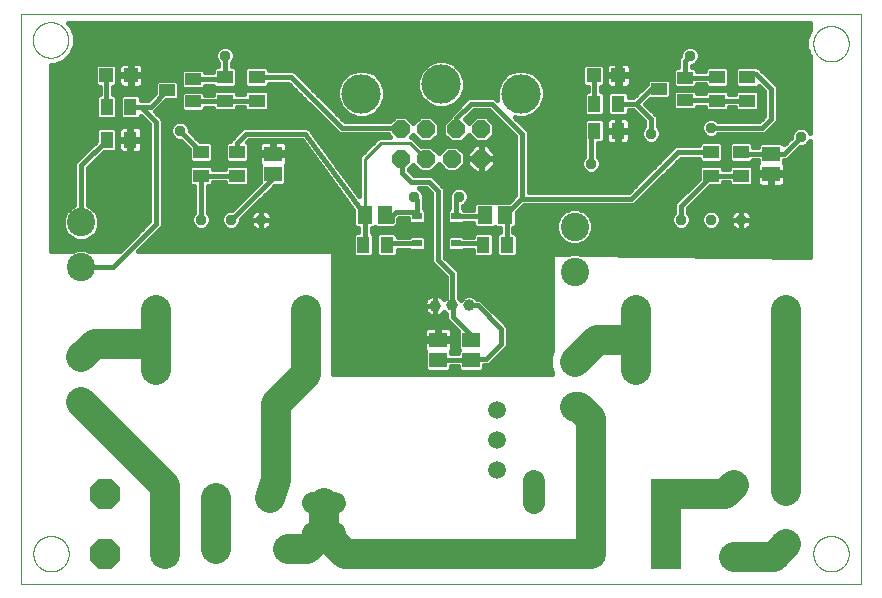
<source format=gtl>
G75*
%MOIN*%
%OFA0B0*%
%FSLAX25Y25*%
%IPPOS*%
%LPD*%
%AMOC8*
5,1,8,0,0,1.08239X$1,22.5*
%
%ADD10C,0.00000*%
%ADD11R,0.05906X0.05118*%
%ADD12C,0.05906*%
%ADD13C,0.09449*%
%ADD14R,0.04331X0.05512*%
%ADD15R,0.05512X0.04331*%
%ADD16R,0.04724X0.04724*%
%ADD17C,0.03900*%
%ADD18R,0.08268X0.06299*%
%ADD19R,0.06299X0.08268*%
%ADD20R,0.05512X0.03937*%
%ADD21C,0.07400*%
%ADD22R,0.04200X0.08600*%
%ADD23R,0.08600X0.04200*%
%ADD24C,0.10000*%
%ADD25OC8,0.10000*%
%ADD26R,0.10000X0.10000*%
%ADD27C,0.05315*%
%ADD28C,0.03762*%
%ADD29R,0.05118X0.05906*%
%ADD30R,0.03268X0.02480*%
%ADD31OC8,0.05906*%
%ADD32C,0.13094*%
%ADD33C,0.01600*%
%ADD34C,0.10000*%
%ADD35C,0.01000*%
D10*
X0001000Y0023933D02*
X0001000Y0213933D01*
X0281000Y0213933D01*
X0281000Y0023933D01*
X0001000Y0023933D01*
X0005094Y0033933D02*
X0005096Y0034086D01*
X0005102Y0034240D01*
X0005112Y0034393D01*
X0005126Y0034545D01*
X0005144Y0034698D01*
X0005166Y0034849D01*
X0005191Y0035000D01*
X0005221Y0035151D01*
X0005255Y0035301D01*
X0005292Y0035449D01*
X0005333Y0035597D01*
X0005378Y0035743D01*
X0005427Y0035889D01*
X0005480Y0036033D01*
X0005536Y0036175D01*
X0005596Y0036316D01*
X0005660Y0036456D01*
X0005727Y0036594D01*
X0005798Y0036730D01*
X0005873Y0036864D01*
X0005950Y0036996D01*
X0006032Y0037126D01*
X0006116Y0037254D01*
X0006204Y0037380D01*
X0006295Y0037503D01*
X0006389Y0037624D01*
X0006487Y0037742D01*
X0006587Y0037858D01*
X0006691Y0037971D01*
X0006797Y0038082D01*
X0006906Y0038190D01*
X0007018Y0038295D01*
X0007132Y0038396D01*
X0007250Y0038495D01*
X0007369Y0038591D01*
X0007491Y0038684D01*
X0007616Y0038773D01*
X0007743Y0038860D01*
X0007872Y0038942D01*
X0008003Y0039022D01*
X0008136Y0039098D01*
X0008271Y0039171D01*
X0008408Y0039240D01*
X0008547Y0039305D01*
X0008687Y0039367D01*
X0008829Y0039425D01*
X0008972Y0039480D01*
X0009117Y0039531D01*
X0009263Y0039578D01*
X0009410Y0039621D01*
X0009558Y0039660D01*
X0009707Y0039696D01*
X0009857Y0039727D01*
X0010008Y0039755D01*
X0010159Y0039779D01*
X0010312Y0039799D01*
X0010464Y0039815D01*
X0010617Y0039827D01*
X0010770Y0039835D01*
X0010923Y0039839D01*
X0011077Y0039839D01*
X0011230Y0039835D01*
X0011383Y0039827D01*
X0011536Y0039815D01*
X0011688Y0039799D01*
X0011841Y0039779D01*
X0011992Y0039755D01*
X0012143Y0039727D01*
X0012293Y0039696D01*
X0012442Y0039660D01*
X0012590Y0039621D01*
X0012737Y0039578D01*
X0012883Y0039531D01*
X0013028Y0039480D01*
X0013171Y0039425D01*
X0013313Y0039367D01*
X0013453Y0039305D01*
X0013592Y0039240D01*
X0013729Y0039171D01*
X0013864Y0039098D01*
X0013997Y0039022D01*
X0014128Y0038942D01*
X0014257Y0038860D01*
X0014384Y0038773D01*
X0014509Y0038684D01*
X0014631Y0038591D01*
X0014750Y0038495D01*
X0014868Y0038396D01*
X0014982Y0038295D01*
X0015094Y0038190D01*
X0015203Y0038082D01*
X0015309Y0037971D01*
X0015413Y0037858D01*
X0015513Y0037742D01*
X0015611Y0037624D01*
X0015705Y0037503D01*
X0015796Y0037380D01*
X0015884Y0037254D01*
X0015968Y0037126D01*
X0016050Y0036996D01*
X0016127Y0036864D01*
X0016202Y0036730D01*
X0016273Y0036594D01*
X0016340Y0036456D01*
X0016404Y0036316D01*
X0016464Y0036175D01*
X0016520Y0036033D01*
X0016573Y0035889D01*
X0016622Y0035743D01*
X0016667Y0035597D01*
X0016708Y0035449D01*
X0016745Y0035301D01*
X0016779Y0035151D01*
X0016809Y0035000D01*
X0016834Y0034849D01*
X0016856Y0034698D01*
X0016874Y0034545D01*
X0016888Y0034393D01*
X0016898Y0034240D01*
X0016904Y0034086D01*
X0016906Y0033933D01*
X0016904Y0033780D01*
X0016898Y0033626D01*
X0016888Y0033473D01*
X0016874Y0033321D01*
X0016856Y0033168D01*
X0016834Y0033017D01*
X0016809Y0032866D01*
X0016779Y0032715D01*
X0016745Y0032565D01*
X0016708Y0032417D01*
X0016667Y0032269D01*
X0016622Y0032123D01*
X0016573Y0031977D01*
X0016520Y0031833D01*
X0016464Y0031691D01*
X0016404Y0031550D01*
X0016340Y0031410D01*
X0016273Y0031272D01*
X0016202Y0031136D01*
X0016127Y0031002D01*
X0016050Y0030870D01*
X0015968Y0030740D01*
X0015884Y0030612D01*
X0015796Y0030486D01*
X0015705Y0030363D01*
X0015611Y0030242D01*
X0015513Y0030124D01*
X0015413Y0030008D01*
X0015309Y0029895D01*
X0015203Y0029784D01*
X0015094Y0029676D01*
X0014982Y0029571D01*
X0014868Y0029470D01*
X0014750Y0029371D01*
X0014631Y0029275D01*
X0014509Y0029182D01*
X0014384Y0029093D01*
X0014257Y0029006D01*
X0014128Y0028924D01*
X0013997Y0028844D01*
X0013864Y0028768D01*
X0013729Y0028695D01*
X0013592Y0028626D01*
X0013453Y0028561D01*
X0013313Y0028499D01*
X0013171Y0028441D01*
X0013028Y0028386D01*
X0012883Y0028335D01*
X0012737Y0028288D01*
X0012590Y0028245D01*
X0012442Y0028206D01*
X0012293Y0028170D01*
X0012143Y0028139D01*
X0011992Y0028111D01*
X0011841Y0028087D01*
X0011688Y0028067D01*
X0011536Y0028051D01*
X0011383Y0028039D01*
X0011230Y0028031D01*
X0011077Y0028027D01*
X0010923Y0028027D01*
X0010770Y0028031D01*
X0010617Y0028039D01*
X0010464Y0028051D01*
X0010312Y0028067D01*
X0010159Y0028087D01*
X0010008Y0028111D01*
X0009857Y0028139D01*
X0009707Y0028170D01*
X0009558Y0028206D01*
X0009410Y0028245D01*
X0009263Y0028288D01*
X0009117Y0028335D01*
X0008972Y0028386D01*
X0008829Y0028441D01*
X0008687Y0028499D01*
X0008547Y0028561D01*
X0008408Y0028626D01*
X0008271Y0028695D01*
X0008136Y0028768D01*
X0008003Y0028844D01*
X0007872Y0028924D01*
X0007743Y0029006D01*
X0007616Y0029093D01*
X0007491Y0029182D01*
X0007369Y0029275D01*
X0007250Y0029371D01*
X0007132Y0029470D01*
X0007018Y0029571D01*
X0006906Y0029676D01*
X0006797Y0029784D01*
X0006691Y0029895D01*
X0006587Y0030008D01*
X0006487Y0030124D01*
X0006389Y0030242D01*
X0006295Y0030363D01*
X0006204Y0030486D01*
X0006116Y0030612D01*
X0006032Y0030740D01*
X0005950Y0030870D01*
X0005873Y0031002D01*
X0005798Y0031136D01*
X0005727Y0031272D01*
X0005660Y0031410D01*
X0005596Y0031550D01*
X0005536Y0031691D01*
X0005480Y0031833D01*
X0005427Y0031977D01*
X0005378Y0032123D01*
X0005333Y0032269D01*
X0005292Y0032417D01*
X0005255Y0032565D01*
X0005221Y0032715D01*
X0005191Y0032866D01*
X0005166Y0033017D01*
X0005144Y0033168D01*
X0005126Y0033321D01*
X0005112Y0033473D01*
X0005102Y0033626D01*
X0005096Y0033780D01*
X0005094Y0033933D01*
X0265094Y0033933D02*
X0265096Y0034086D01*
X0265102Y0034240D01*
X0265112Y0034393D01*
X0265126Y0034545D01*
X0265144Y0034698D01*
X0265166Y0034849D01*
X0265191Y0035000D01*
X0265221Y0035151D01*
X0265255Y0035301D01*
X0265292Y0035449D01*
X0265333Y0035597D01*
X0265378Y0035743D01*
X0265427Y0035889D01*
X0265480Y0036033D01*
X0265536Y0036175D01*
X0265596Y0036316D01*
X0265660Y0036456D01*
X0265727Y0036594D01*
X0265798Y0036730D01*
X0265873Y0036864D01*
X0265950Y0036996D01*
X0266032Y0037126D01*
X0266116Y0037254D01*
X0266204Y0037380D01*
X0266295Y0037503D01*
X0266389Y0037624D01*
X0266487Y0037742D01*
X0266587Y0037858D01*
X0266691Y0037971D01*
X0266797Y0038082D01*
X0266906Y0038190D01*
X0267018Y0038295D01*
X0267132Y0038396D01*
X0267250Y0038495D01*
X0267369Y0038591D01*
X0267491Y0038684D01*
X0267616Y0038773D01*
X0267743Y0038860D01*
X0267872Y0038942D01*
X0268003Y0039022D01*
X0268136Y0039098D01*
X0268271Y0039171D01*
X0268408Y0039240D01*
X0268547Y0039305D01*
X0268687Y0039367D01*
X0268829Y0039425D01*
X0268972Y0039480D01*
X0269117Y0039531D01*
X0269263Y0039578D01*
X0269410Y0039621D01*
X0269558Y0039660D01*
X0269707Y0039696D01*
X0269857Y0039727D01*
X0270008Y0039755D01*
X0270159Y0039779D01*
X0270312Y0039799D01*
X0270464Y0039815D01*
X0270617Y0039827D01*
X0270770Y0039835D01*
X0270923Y0039839D01*
X0271077Y0039839D01*
X0271230Y0039835D01*
X0271383Y0039827D01*
X0271536Y0039815D01*
X0271688Y0039799D01*
X0271841Y0039779D01*
X0271992Y0039755D01*
X0272143Y0039727D01*
X0272293Y0039696D01*
X0272442Y0039660D01*
X0272590Y0039621D01*
X0272737Y0039578D01*
X0272883Y0039531D01*
X0273028Y0039480D01*
X0273171Y0039425D01*
X0273313Y0039367D01*
X0273453Y0039305D01*
X0273592Y0039240D01*
X0273729Y0039171D01*
X0273864Y0039098D01*
X0273997Y0039022D01*
X0274128Y0038942D01*
X0274257Y0038860D01*
X0274384Y0038773D01*
X0274509Y0038684D01*
X0274631Y0038591D01*
X0274750Y0038495D01*
X0274868Y0038396D01*
X0274982Y0038295D01*
X0275094Y0038190D01*
X0275203Y0038082D01*
X0275309Y0037971D01*
X0275413Y0037858D01*
X0275513Y0037742D01*
X0275611Y0037624D01*
X0275705Y0037503D01*
X0275796Y0037380D01*
X0275884Y0037254D01*
X0275968Y0037126D01*
X0276050Y0036996D01*
X0276127Y0036864D01*
X0276202Y0036730D01*
X0276273Y0036594D01*
X0276340Y0036456D01*
X0276404Y0036316D01*
X0276464Y0036175D01*
X0276520Y0036033D01*
X0276573Y0035889D01*
X0276622Y0035743D01*
X0276667Y0035597D01*
X0276708Y0035449D01*
X0276745Y0035301D01*
X0276779Y0035151D01*
X0276809Y0035000D01*
X0276834Y0034849D01*
X0276856Y0034698D01*
X0276874Y0034545D01*
X0276888Y0034393D01*
X0276898Y0034240D01*
X0276904Y0034086D01*
X0276906Y0033933D01*
X0276904Y0033780D01*
X0276898Y0033626D01*
X0276888Y0033473D01*
X0276874Y0033321D01*
X0276856Y0033168D01*
X0276834Y0033017D01*
X0276809Y0032866D01*
X0276779Y0032715D01*
X0276745Y0032565D01*
X0276708Y0032417D01*
X0276667Y0032269D01*
X0276622Y0032123D01*
X0276573Y0031977D01*
X0276520Y0031833D01*
X0276464Y0031691D01*
X0276404Y0031550D01*
X0276340Y0031410D01*
X0276273Y0031272D01*
X0276202Y0031136D01*
X0276127Y0031002D01*
X0276050Y0030870D01*
X0275968Y0030740D01*
X0275884Y0030612D01*
X0275796Y0030486D01*
X0275705Y0030363D01*
X0275611Y0030242D01*
X0275513Y0030124D01*
X0275413Y0030008D01*
X0275309Y0029895D01*
X0275203Y0029784D01*
X0275094Y0029676D01*
X0274982Y0029571D01*
X0274868Y0029470D01*
X0274750Y0029371D01*
X0274631Y0029275D01*
X0274509Y0029182D01*
X0274384Y0029093D01*
X0274257Y0029006D01*
X0274128Y0028924D01*
X0273997Y0028844D01*
X0273864Y0028768D01*
X0273729Y0028695D01*
X0273592Y0028626D01*
X0273453Y0028561D01*
X0273313Y0028499D01*
X0273171Y0028441D01*
X0273028Y0028386D01*
X0272883Y0028335D01*
X0272737Y0028288D01*
X0272590Y0028245D01*
X0272442Y0028206D01*
X0272293Y0028170D01*
X0272143Y0028139D01*
X0271992Y0028111D01*
X0271841Y0028087D01*
X0271688Y0028067D01*
X0271536Y0028051D01*
X0271383Y0028039D01*
X0271230Y0028031D01*
X0271077Y0028027D01*
X0270923Y0028027D01*
X0270770Y0028031D01*
X0270617Y0028039D01*
X0270464Y0028051D01*
X0270312Y0028067D01*
X0270159Y0028087D01*
X0270008Y0028111D01*
X0269857Y0028139D01*
X0269707Y0028170D01*
X0269558Y0028206D01*
X0269410Y0028245D01*
X0269263Y0028288D01*
X0269117Y0028335D01*
X0268972Y0028386D01*
X0268829Y0028441D01*
X0268687Y0028499D01*
X0268547Y0028561D01*
X0268408Y0028626D01*
X0268271Y0028695D01*
X0268136Y0028768D01*
X0268003Y0028844D01*
X0267872Y0028924D01*
X0267743Y0029006D01*
X0267616Y0029093D01*
X0267491Y0029182D01*
X0267369Y0029275D01*
X0267250Y0029371D01*
X0267132Y0029470D01*
X0267018Y0029571D01*
X0266906Y0029676D01*
X0266797Y0029784D01*
X0266691Y0029895D01*
X0266587Y0030008D01*
X0266487Y0030124D01*
X0266389Y0030242D01*
X0266295Y0030363D01*
X0266204Y0030486D01*
X0266116Y0030612D01*
X0266032Y0030740D01*
X0265950Y0030870D01*
X0265873Y0031002D01*
X0265798Y0031136D01*
X0265727Y0031272D01*
X0265660Y0031410D01*
X0265596Y0031550D01*
X0265536Y0031691D01*
X0265480Y0031833D01*
X0265427Y0031977D01*
X0265378Y0032123D01*
X0265333Y0032269D01*
X0265292Y0032417D01*
X0265255Y0032565D01*
X0265221Y0032715D01*
X0265191Y0032866D01*
X0265166Y0033017D01*
X0265144Y0033168D01*
X0265126Y0033321D01*
X0265112Y0033473D01*
X0265102Y0033626D01*
X0265096Y0033780D01*
X0265094Y0033933D01*
X0265094Y0203933D02*
X0265096Y0204086D01*
X0265102Y0204240D01*
X0265112Y0204393D01*
X0265126Y0204545D01*
X0265144Y0204698D01*
X0265166Y0204849D01*
X0265191Y0205000D01*
X0265221Y0205151D01*
X0265255Y0205301D01*
X0265292Y0205449D01*
X0265333Y0205597D01*
X0265378Y0205743D01*
X0265427Y0205889D01*
X0265480Y0206033D01*
X0265536Y0206175D01*
X0265596Y0206316D01*
X0265660Y0206456D01*
X0265727Y0206594D01*
X0265798Y0206730D01*
X0265873Y0206864D01*
X0265950Y0206996D01*
X0266032Y0207126D01*
X0266116Y0207254D01*
X0266204Y0207380D01*
X0266295Y0207503D01*
X0266389Y0207624D01*
X0266487Y0207742D01*
X0266587Y0207858D01*
X0266691Y0207971D01*
X0266797Y0208082D01*
X0266906Y0208190D01*
X0267018Y0208295D01*
X0267132Y0208396D01*
X0267250Y0208495D01*
X0267369Y0208591D01*
X0267491Y0208684D01*
X0267616Y0208773D01*
X0267743Y0208860D01*
X0267872Y0208942D01*
X0268003Y0209022D01*
X0268136Y0209098D01*
X0268271Y0209171D01*
X0268408Y0209240D01*
X0268547Y0209305D01*
X0268687Y0209367D01*
X0268829Y0209425D01*
X0268972Y0209480D01*
X0269117Y0209531D01*
X0269263Y0209578D01*
X0269410Y0209621D01*
X0269558Y0209660D01*
X0269707Y0209696D01*
X0269857Y0209727D01*
X0270008Y0209755D01*
X0270159Y0209779D01*
X0270312Y0209799D01*
X0270464Y0209815D01*
X0270617Y0209827D01*
X0270770Y0209835D01*
X0270923Y0209839D01*
X0271077Y0209839D01*
X0271230Y0209835D01*
X0271383Y0209827D01*
X0271536Y0209815D01*
X0271688Y0209799D01*
X0271841Y0209779D01*
X0271992Y0209755D01*
X0272143Y0209727D01*
X0272293Y0209696D01*
X0272442Y0209660D01*
X0272590Y0209621D01*
X0272737Y0209578D01*
X0272883Y0209531D01*
X0273028Y0209480D01*
X0273171Y0209425D01*
X0273313Y0209367D01*
X0273453Y0209305D01*
X0273592Y0209240D01*
X0273729Y0209171D01*
X0273864Y0209098D01*
X0273997Y0209022D01*
X0274128Y0208942D01*
X0274257Y0208860D01*
X0274384Y0208773D01*
X0274509Y0208684D01*
X0274631Y0208591D01*
X0274750Y0208495D01*
X0274868Y0208396D01*
X0274982Y0208295D01*
X0275094Y0208190D01*
X0275203Y0208082D01*
X0275309Y0207971D01*
X0275413Y0207858D01*
X0275513Y0207742D01*
X0275611Y0207624D01*
X0275705Y0207503D01*
X0275796Y0207380D01*
X0275884Y0207254D01*
X0275968Y0207126D01*
X0276050Y0206996D01*
X0276127Y0206864D01*
X0276202Y0206730D01*
X0276273Y0206594D01*
X0276340Y0206456D01*
X0276404Y0206316D01*
X0276464Y0206175D01*
X0276520Y0206033D01*
X0276573Y0205889D01*
X0276622Y0205743D01*
X0276667Y0205597D01*
X0276708Y0205449D01*
X0276745Y0205301D01*
X0276779Y0205151D01*
X0276809Y0205000D01*
X0276834Y0204849D01*
X0276856Y0204698D01*
X0276874Y0204545D01*
X0276888Y0204393D01*
X0276898Y0204240D01*
X0276904Y0204086D01*
X0276906Y0203933D01*
X0276904Y0203780D01*
X0276898Y0203626D01*
X0276888Y0203473D01*
X0276874Y0203321D01*
X0276856Y0203168D01*
X0276834Y0203017D01*
X0276809Y0202866D01*
X0276779Y0202715D01*
X0276745Y0202565D01*
X0276708Y0202417D01*
X0276667Y0202269D01*
X0276622Y0202123D01*
X0276573Y0201977D01*
X0276520Y0201833D01*
X0276464Y0201691D01*
X0276404Y0201550D01*
X0276340Y0201410D01*
X0276273Y0201272D01*
X0276202Y0201136D01*
X0276127Y0201002D01*
X0276050Y0200870D01*
X0275968Y0200740D01*
X0275884Y0200612D01*
X0275796Y0200486D01*
X0275705Y0200363D01*
X0275611Y0200242D01*
X0275513Y0200124D01*
X0275413Y0200008D01*
X0275309Y0199895D01*
X0275203Y0199784D01*
X0275094Y0199676D01*
X0274982Y0199571D01*
X0274868Y0199470D01*
X0274750Y0199371D01*
X0274631Y0199275D01*
X0274509Y0199182D01*
X0274384Y0199093D01*
X0274257Y0199006D01*
X0274128Y0198924D01*
X0273997Y0198844D01*
X0273864Y0198768D01*
X0273729Y0198695D01*
X0273592Y0198626D01*
X0273453Y0198561D01*
X0273313Y0198499D01*
X0273171Y0198441D01*
X0273028Y0198386D01*
X0272883Y0198335D01*
X0272737Y0198288D01*
X0272590Y0198245D01*
X0272442Y0198206D01*
X0272293Y0198170D01*
X0272143Y0198139D01*
X0271992Y0198111D01*
X0271841Y0198087D01*
X0271688Y0198067D01*
X0271536Y0198051D01*
X0271383Y0198039D01*
X0271230Y0198031D01*
X0271077Y0198027D01*
X0270923Y0198027D01*
X0270770Y0198031D01*
X0270617Y0198039D01*
X0270464Y0198051D01*
X0270312Y0198067D01*
X0270159Y0198087D01*
X0270008Y0198111D01*
X0269857Y0198139D01*
X0269707Y0198170D01*
X0269558Y0198206D01*
X0269410Y0198245D01*
X0269263Y0198288D01*
X0269117Y0198335D01*
X0268972Y0198386D01*
X0268829Y0198441D01*
X0268687Y0198499D01*
X0268547Y0198561D01*
X0268408Y0198626D01*
X0268271Y0198695D01*
X0268136Y0198768D01*
X0268003Y0198844D01*
X0267872Y0198924D01*
X0267743Y0199006D01*
X0267616Y0199093D01*
X0267491Y0199182D01*
X0267369Y0199275D01*
X0267250Y0199371D01*
X0267132Y0199470D01*
X0267018Y0199571D01*
X0266906Y0199676D01*
X0266797Y0199784D01*
X0266691Y0199895D01*
X0266587Y0200008D01*
X0266487Y0200124D01*
X0266389Y0200242D01*
X0266295Y0200363D01*
X0266204Y0200486D01*
X0266116Y0200612D01*
X0266032Y0200740D01*
X0265950Y0200870D01*
X0265873Y0201002D01*
X0265798Y0201136D01*
X0265727Y0201272D01*
X0265660Y0201410D01*
X0265596Y0201550D01*
X0265536Y0201691D01*
X0265480Y0201833D01*
X0265427Y0201977D01*
X0265378Y0202123D01*
X0265333Y0202269D01*
X0265292Y0202417D01*
X0265255Y0202565D01*
X0265221Y0202715D01*
X0265191Y0202866D01*
X0265166Y0203017D01*
X0265144Y0203168D01*
X0265126Y0203321D01*
X0265112Y0203473D01*
X0265102Y0203626D01*
X0265096Y0203780D01*
X0265094Y0203933D01*
X0004937Y0205193D02*
X0004939Y0205346D01*
X0004945Y0205500D01*
X0004955Y0205653D01*
X0004969Y0205805D01*
X0004987Y0205958D01*
X0005009Y0206109D01*
X0005034Y0206260D01*
X0005064Y0206411D01*
X0005098Y0206561D01*
X0005135Y0206709D01*
X0005176Y0206857D01*
X0005221Y0207003D01*
X0005270Y0207149D01*
X0005323Y0207293D01*
X0005379Y0207435D01*
X0005439Y0207576D01*
X0005503Y0207716D01*
X0005570Y0207854D01*
X0005641Y0207990D01*
X0005716Y0208124D01*
X0005793Y0208256D01*
X0005875Y0208386D01*
X0005959Y0208514D01*
X0006047Y0208640D01*
X0006138Y0208763D01*
X0006232Y0208884D01*
X0006330Y0209002D01*
X0006430Y0209118D01*
X0006534Y0209231D01*
X0006640Y0209342D01*
X0006749Y0209450D01*
X0006861Y0209555D01*
X0006975Y0209656D01*
X0007093Y0209755D01*
X0007212Y0209851D01*
X0007334Y0209944D01*
X0007459Y0210033D01*
X0007586Y0210120D01*
X0007715Y0210202D01*
X0007846Y0210282D01*
X0007979Y0210358D01*
X0008114Y0210431D01*
X0008251Y0210500D01*
X0008390Y0210565D01*
X0008530Y0210627D01*
X0008672Y0210685D01*
X0008815Y0210740D01*
X0008960Y0210791D01*
X0009106Y0210838D01*
X0009253Y0210881D01*
X0009401Y0210920D01*
X0009550Y0210956D01*
X0009700Y0210987D01*
X0009851Y0211015D01*
X0010002Y0211039D01*
X0010155Y0211059D01*
X0010307Y0211075D01*
X0010460Y0211087D01*
X0010613Y0211095D01*
X0010766Y0211099D01*
X0010920Y0211099D01*
X0011073Y0211095D01*
X0011226Y0211087D01*
X0011379Y0211075D01*
X0011531Y0211059D01*
X0011684Y0211039D01*
X0011835Y0211015D01*
X0011986Y0210987D01*
X0012136Y0210956D01*
X0012285Y0210920D01*
X0012433Y0210881D01*
X0012580Y0210838D01*
X0012726Y0210791D01*
X0012871Y0210740D01*
X0013014Y0210685D01*
X0013156Y0210627D01*
X0013296Y0210565D01*
X0013435Y0210500D01*
X0013572Y0210431D01*
X0013707Y0210358D01*
X0013840Y0210282D01*
X0013971Y0210202D01*
X0014100Y0210120D01*
X0014227Y0210033D01*
X0014352Y0209944D01*
X0014474Y0209851D01*
X0014593Y0209755D01*
X0014711Y0209656D01*
X0014825Y0209555D01*
X0014937Y0209450D01*
X0015046Y0209342D01*
X0015152Y0209231D01*
X0015256Y0209118D01*
X0015356Y0209002D01*
X0015454Y0208884D01*
X0015548Y0208763D01*
X0015639Y0208640D01*
X0015727Y0208514D01*
X0015811Y0208386D01*
X0015893Y0208256D01*
X0015970Y0208124D01*
X0016045Y0207990D01*
X0016116Y0207854D01*
X0016183Y0207716D01*
X0016247Y0207576D01*
X0016307Y0207435D01*
X0016363Y0207293D01*
X0016416Y0207149D01*
X0016465Y0207003D01*
X0016510Y0206857D01*
X0016551Y0206709D01*
X0016588Y0206561D01*
X0016622Y0206411D01*
X0016652Y0206260D01*
X0016677Y0206109D01*
X0016699Y0205958D01*
X0016717Y0205805D01*
X0016731Y0205653D01*
X0016741Y0205500D01*
X0016747Y0205346D01*
X0016749Y0205193D01*
X0016747Y0205040D01*
X0016741Y0204886D01*
X0016731Y0204733D01*
X0016717Y0204581D01*
X0016699Y0204428D01*
X0016677Y0204277D01*
X0016652Y0204126D01*
X0016622Y0203975D01*
X0016588Y0203825D01*
X0016551Y0203677D01*
X0016510Y0203529D01*
X0016465Y0203383D01*
X0016416Y0203237D01*
X0016363Y0203093D01*
X0016307Y0202951D01*
X0016247Y0202810D01*
X0016183Y0202670D01*
X0016116Y0202532D01*
X0016045Y0202396D01*
X0015970Y0202262D01*
X0015893Y0202130D01*
X0015811Y0202000D01*
X0015727Y0201872D01*
X0015639Y0201746D01*
X0015548Y0201623D01*
X0015454Y0201502D01*
X0015356Y0201384D01*
X0015256Y0201268D01*
X0015152Y0201155D01*
X0015046Y0201044D01*
X0014937Y0200936D01*
X0014825Y0200831D01*
X0014711Y0200730D01*
X0014593Y0200631D01*
X0014474Y0200535D01*
X0014352Y0200442D01*
X0014227Y0200353D01*
X0014100Y0200266D01*
X0013971Y0200184D01*
X0013840Y0200104D01*
X0013707Y0200028D01*
X0013572Y0199955D01*
X0013435Y0199886D01*
X0013296Y0199821D01*
X0013156Y0199759D01*
X0013014Y0199701D01*
X0012871Y0199646D01*
X0012726Y0199595D01*
X0012580Y0199548D01*
X0012433Y0199505D01*
X0012285Y0199466D01*
X0012136Y0199430D01*
X0011986Y0199399D01*
X0011835Y0199371D01*
X0011684Y0199347D01*
X0011531Y0199327D01*
X0011379Y0199311D01*
X0011226Y0199299D01*
X0011073Y0199291D01*
X0010920Y0199287D01*
X0010766Y0199287D01*
X0010613Y0199291D01*
X0010460Y0199299D01*
X0010307Y0199311D01*
X0010155Y0199327D01*
X0010002Y0199347D01*
X0009851Y0199371D01*
X0009700Y0199399D01*
X0009550Y0199430D01*
X0009401Y0199466D01*
X0009253Y0199505D01*
X0009106Y0199548D01*
X0008960Y0199595D01*
X0008815Y0199646D01*
X0008672Y0199701D01*
X0008530Y0199759D01*
X0008390Y0199821D01*
X0008251Y0199886D01*
X0008114Y0199955D01*
X0007979Y0200028D01*
X0007846Y0200104D01*
X0007715Y0200184D01*
X0007586Y0200266D01*
X0007459Y0200353D01*
X0007334Y0200442D01*
X0007212Y0200535D01*
X0007093Y0200631D01*
X0006975Y0200730D01*
X0006861Y0200831D01*
X0006749Y0200936D01*
X0006640Y0201044D01*
X0006534Y0201155D01*
X0006430Y0201268D01*
X0006330Y0201384D01*
X0006232Y0201502D01*
X0006138Y0201623D01*
X0006047Y0201746D01*
X0005959Y0201872D01*
X0005875Y0202000D01*
X0005793Y0202130D01*
X0005716Y0202262D01*
X0005641Y0202396D01*
X0005570Y0202532D01*
X0005503Y0202670D01*
X0005439Y0202810D01*
X0005379Y0202951D01*
X0005323Y0203093D01*
X0005270Y0203237D01*
X0005221Y0203383D01*
X0005176Y0203529D01*
X0005135Y0203677D01*
X0005098Y0203825D01*
X0005064Y0203975D01*
X0005034Y0204126D01*
X0005009Y0204277D01*
X0004987Y0204428D01*
X0004969Y0204581D01*
X0004955Y0204733D01*
X0004945Y0204886D01*
X0004939Y0205040D01*
X0004937Y0205193D01*
D11*
X0085000Y0167280D03*
X0085000Y0160587D03*
X0140000Y0105280D03*
X0151000Y0105280D03*
X0151000Y0098587D03*
X0140000Y0098587D03*
X0251000Y0160587D03*
X0251000Y0167280D03*
D12*
X0159823Y0082012D03*
X0159823Y0071776D03*
X0159823Y0061933D03*
D13*
X0185500Y0082933D03*
X0185500Y0097933D03*
X0185500Y0127933D03*
X0185500Y0142933D03*
X0021000Y0144433D03*
X0021000Y0129433D03*
X0021000Y0099433D03*
X0021000Y0084433D03*
D14*
X0115063Y0136933D03*
X0122937Y0136933D03*
X0155063Y0136933D03*
X0162937Y0136933D03*
X0192063Y0174933D03*
X0199937Y0174933D03*
X0199937Y0183933D03*
X0192063Y0183933D03*
X0037437Y0182933D03*
X0029563Y0182933D03*
X0029563Y0171933D03*
X0037437Y0171933D03*
D15*
X0061000Y0167870D03*
X0073000Y0167870D03*
X0073000Y0159996D03*
X0061000Y0159996D03*
X0069000Y0184996D03*
X0079500Y0184996D03*
X0079500Y0192870D03*
X0069000Y0192870D03*
X0231000Y0167870D03*
X0241000Y0167870D03*
X0241000Y0159996D03*
X0231000Y0159996D03*
X0233000Y0184996D03*
X0243000Y0184996D03*
X0243000Y0192870D03*
X0233000Y0192870D03*
D16*
X0200134Y0193433D03*
X0191866Y0193433D03*
X0037634Y0193433D03*
X0029366Y0193433D03*
D17*
X0139000Y0116633D03*
X0144700Y0116733D03*
X0150300Y0116733D03*
D18*
X0256000Y0054791D03*
X0256000Y0037075D03*
D19*
X0083858Y0052433D03*
X0066142Y0052433D03*
D20*
X0058331Y0184693D03*
X0049669Y0188433D03*
X0058331Y0192173D03*
X0213669Y0188933D03*
X0222331Y0185193D03*
X0222331Y0192673D03*
D21*
X0172000Y0058333D02*
X0172000Y0050933D01*
X0105700Y0050933D02*
X0098300Y0050933D01*
X0098300Y0040933D02*
X0105700Y0040933D01*
D22*
X0090000Y0035421D03*
X0066000Y0035421D03*
D23*
X0238512Y0032933D03*
X0238512Y0056933D03*
D24*
X0191000Y0053933D03*
X0191000Y0033933D03*
X0049000Y0033933D03*
X0049000Y0053933D03*
D25*
X0029000Y0053933D03*
X0029000Y0033933D03*
D26*
X0216000Y0033933D03*
X0216000Y0053933D03*
D27*
X0206000Y0095311D03*
X0206000Y0105311D03*
X0206000Y0115311D03*
X0256000Y0115311D03*
X0256000Y0105311D03*
X0256000Y0095311D03*
X0096000Y0095311D03*
X0096000Y0105311D03*
X0096000Y0115311D03*
X0046000Y0115311D03*
X0046000Y0105311D03*
X0046000Y0095311D03*
D28*
X0061000Y0145232D03*
X0071000Y0145232D03*
X0081000Y0145232D03*
X0132000Y0152933D03*
X0147000Y0152933D03*
X0191000Y0163933D03*
X0211000Y0173933D03*
X0231000Y0175933D03*
X0261000Y0172933D03*
X0241000Y0145232D03*
X0231000Y0145232D03*
X0221000Y0145232D03*
X0224000Y0199933D03*
X0069000Y0199933D03*
X0054000Y0174933D03*
D29*
X0115654Y0146933D03*
X0122346Y0146933D03*
X0155654Y0146933D03*
X0162346Y0146933D03*
D30*
X0146000Y0146461D03*
X0133000Y0146461D03*
X0133000Y0137406D03*
X0146000Y0137406D03*
D31*
X0144543Y0165626D03*
X0135882Y0165626D03*
X0127614Y0165626D03*
X0127614Y0175469D03*
X0135882Y0175469D03*
X0146118Y0175469D03*
X0154386Y0175469D03*
X0154386Y0165626D03*
D32*
X0167575Y0187280D03*
X0141000Y0190429D03*
X0114425Y0187280D03*
D33*
X0121827Y0190178D02*
X0133053Y0190178D01*
X0133053Y0188848D02*
X0134263Y0185927D01*
X0136498Y0183692D01*
X0139419Y0182482D01*
X0142581Y0182482D01*
X0145502Y0183692D01*
X0147737Y0185927D01*
X0148947Y0188848D01*
X0148947Y0192010D01*
X0147737Y0194931D01*
X0145502Y0197166D01*
X0142581Y0198376D01*
X0139419Y0198376D01*
X0136498Y0197166D01*
X0134263Y0194931D01*
X0133053Y0192010D01*
X0133053Y0188848D01*
X0133164Y0188580D02*
X0122372Y0188580D01*
X0122372Y0188860D02*
X0121163Y0191781D01*
X0118927Y0194017D01*
X0116006Y0195227D01*
X0112844Y0195227D01*
X0109923Y0194017D01*
X0107688Y0191781D01*
X0106478Y0188860D01*
X0106478Y0185699D01*
X0107688Y0182778D01*
X0109923Y0180542D01*
X0112844Y0179332D01*
X0116006Y0179332D01*
X0118927Y0180542D01*
X0121163Y0182778D01*
X0122372Y0185699D01*
X0122372Y0188860D01*
X0122372Y0186981D02*
X0133826Y0186981D01*
X0134807Y0185383D02*
X0122242Y0185383D01*
X0121579Y0183784D02*
X0136406Y0183784D01*
X0137685Y0179821D02*
X0134079Y0179821D01*
X0131748Y0177490D01*
X0129417Y0179821D01*
X0125811Y0179821D01*
X0124123Y0178133D01*
X0108911Y0178133D01*
X0091974Y0195070D01*
X0083656Y0195070D01*
X0083656Y0195615D01*
X0082836Y0196435D01*
X0076164Y0196435D01*
X0075344Y0195615D01*
X0075344Y0190125D01*
X0076164Y0189305D01*
X0082836Y0189305D01*
X0083656Y0190125D01*
X0083656Y0190670D01*
X0090152Y0190670D01*
X0105800Y0175022D01*
X0107089Y0173733D01*
X0123261Y0173733D01*
X0123261Y0173666D01*
X0124094Y0172833D01*
X0120213Y0172833D01*
X0119100Y0171720D01*
X0113754Y0166374D01*
X0113754Y0153194D01*
X0097854Y0174659D01*
X0097854Y0174844D01*
X0097324Y0175374D01*
X0096879Y0175975D01*
X0096696Y0176002D01*
X0096565Y0176133D01*
X0095816Y0176133D01*
X0095076Y0176243D01*
X0094927Y0176133D01*
X0075089Y0176133D01*
X0073800Y0174844D01*
X0070800Y0171844D01*
X0070800Y0171435D01*
X0069664Y0171435D01*
X0068844Y0170615D01*
X0068844Y0165125D01*
X0069664Y0164305D01*
X0076336Y0164305D01*
X0077156Y0165125D01*
X0077156Y0170615D01*
X0076475Y0171297D01*
X0076911Y0171733D01*
X0094545Y0171733D01*
X0111694Y0148582D01*
X0111694Y0143400D01*
X0112515Y0142580D01*
X0113454Y0142580D01*
X0113454Y0141089D01*
X0112318Y0141089D01*
X0111498Y0140269D01*
X0111498Y0133597D01*
X0112318Y0132777D01*
X0117808Y0132777D01*
X0118628Y0133597D01*
X0118628Y0140269D01*
X0117854Y0141044D01*
X0117854Y0142580D01*
X0118792Y0142580D01*
X0119000Y0142788D01*
X0119207Y0142580D01*
X0123588Y0142580D01*
X0123616Y0142552D01*
X0125439Y0142552D01*
X0125467Y0142580D01*
X0125485Y0142580D01*
X0126305Y0143400D01*
X0126305Y0143419D01*
X0126728Y0143841D01*
X0126728Y0145549D01*
X0126911Y0145733D01*
X0129966Y0145733D01*
X0129966Y0144641D01*
X0130786Y0143820D01*
X0135214Y0143820D01*
X0136034Y0144641D01*
X0136034Y0148281D01*
X0135214Y0149101D01*
X0135200Y0149101D01*
X0135200Y0152085D01*
X0135281Y0152280D01*
X0135281Y0153586D01*
X0134782Y0154792D01*
X0133859Y0155715D01*
X0133814Y0155733D01*
X0136089Y0155733D01*
X0137800Y0154022D01*
X0137800Y0131022D01*
X0139089Y0129733D01*
X0142500Y0126322D01*
X0142500Y0119271D01*
X0142049Y0118820D01*
X0141913Y0119024D01*
X0141390Y0119546D01*
X0140776Y0119956D01*
X0140094Y0120239D01*
X0139369Y0120383D01*
X0139000Y0120383D01*
X0139000Y0116633D01*
X0139000Y0112883D01*
X0139369Y0112883D01*
X0140094Y0113027D01*
X0140776Y0113310D01*
X0141390Y0113720D01*
X0141913Y0114243D01*
X0142129Y0114566D01*
X0142800Y0113895D01*
X0142800Y0112022D01*
X0144089Y0110733D01*
X0146647Y0108175D01*
X0146647Y0102141D01*
X0146855Y0101933D01*
X0146647Y0101726D01*
X0146647Y0100787D01*
X0144353Y0100787D01*
X0144353Y0101575D01*
X0144393Y0101615D01*
X0144630Y0102026D01*
X0144753Y0102483D01*
X0144753Y0104800D01*
X0140480Y0104800D01*
X0140480Y0105759D01*
X0144753Y0105759D01*
X0144753Y0108076D01*
X0144630Y0108533D01*
X0144393Y0108944D01*
X0144058Y0109279D01*
X0143648Y0109516D01*
X0143190Y0109639D01*
X0140480Y0109639D01*
X0140480Y0105759D01*
X0139520Y0105759D01*
X0139520Y0104800D01*
X0135247Y0104800D01*
X0135247Y0102483D01*
X0135370Y0102026D01*
X0135607Y0101615D01*
X0135647Y0101575D01*
X0135647Y0095448D01*
X0136467Y0094628D01*
X0143533Y0094628D01*
X0144353Y0095448D01*
X0144353Y0096387D01*
X0146647Y0096387D01*
X0146647Y0095448D01*
X0147467Y0094628D01*
X0154533Y0094628D01*
X0155353Y0095448D01*
X0155353Y0096733D01*
X0156911Y0096733D01*
X0158200Y0098022D01*
X0163200Y0103022D01*
X0163200Y0109844D01*
X0161911Y0111133D01*
X0154111Y0118933D01*
X0152838Y0118933D01*
X0152198Y0119573D01*
X0150966Y0120083D01*
X0149634Y0120083D01*
X0148402Y0119573D01*
X0147500Y0118671D01*
X0146900Y0119271D01*
X0146900Y0128144D01*
X0142200Y0132844D01*
X0142200Y0155844D01*
X0139200Y0158844D01*
X0137911Y0160133D01*
X0131911Y0160133D01*
X0130200Y0161844D01*
X0130200Y0162056D01*
X0131748Y0163604D01*
X0134079Y0161273D01*
X0137685Y0161273D01*
X0140213Y0163801D01*
X0142740Y0161273D01*
X0146346Y0161273D01*
X0148896Y0163823D01*
X0148896Y0167429D01*
X0146346Y0169979D01*
X0142740Y0169979D01*
X0140213Y0167451D01*
X0137685Y0169979D01*
X0134216Y0169979D01*
X0131362Y0172833D01*
X0131134Y0172833D01*
X0131748Y0173447D01*
X0134079Y0171116D01*
X0137685Y0171116D01*
X0140235Y0173666D01*
X0140235Y0177271D01*
X0137685Y0179821D01*
X0138517Y0178989D02*
X0143483Y0178989D01*
X0143918Y0179424D02*
X0141765Y0177271D01*
X0141765Y0173666D01*
X0144315Y0171116D01*
X0147921Y0171116D01*
X0150252Y0173447D01*
X0152583Y0171116D01*
X0156189Y0171116D01*
X0158739Y0173666D01*
X0158739Y0177271D01*
X0156189Y0179821D01*
X0152583Y0179821D01*
X0150252Y0177490D01*
X0148960Y0178782D01*
X0151911Y0181733D01*
X0157089Y0181733D01*
X0165800Y0173022D01*
X0165800Y0153498D01*
X0165762Y0153460D01*
X0163588Y0151286D01*
X0159207Y0151286D01*
X0159000Y0151078D01*
X0158792Y0151286D01*
X0152515Y0151286D01*
X0151694Y0150466D01*
X0151694Y0148661D01*
X0148654Y0148661D01*
X0148214Y0149101D01*
X0148200Y0149101D01*
X0148200Y0149879D01*
X0148859Y0150151D01*
X0149782Y0151074D01*
X0150281Y0152280D01*
X0150281Y0153586D01*
X0149782Y0154792D01*
X0148859Y0155715D01*
X0147653Y0156214D01*
X0146347Y0156214D01*
X0145141Y0155715D01*
X0144218Y0154792D01*
X0143719Y0153586D01*
X0143719Y0152280D01*
X0143800Y0152085D01*
X0143800Y0149101D01*
X0143786Y0149101D01*
X0142966Y0148281D01*
X0142966Y0144641D01*
X0143786Y0143820D01*
X0148214Y0143820D01*
X0148654Y0144261D01*
X0151694Y0144261D01*
X0151694Y0143400D01*
X0152515Y0142580D01*
X0158792Y0142580D01*
X0159000Y0142788D01*
X0159207Y0142580D01*
X0160737Y0142580D01*
X0160737Y0141089D01*
X0160192Y0141089D01*
X0159372Y0140269D01*
X0159372Y0133597D01*
X0160192Y0132777D01*
X0165682Y0132777D01*
X0166502Y0133597D01*
X0166502Y0140269D01*
X0165682Y0141089D01*
X0165137Y0141089D01*
X0165137Y0142580D01*
X0165485Y0142580D01*
X0166305Y0143400D01*
X0166305Y0147781D01*
X0168667Y0150143D01*
X0205321Y0150143D01*
X0206609Y0151431D01*
X0208200Y0153022D01*
X0220848Y0165670D01*
X0226844Y0165670D01*
X0226844Y0165125D01*
X0227664Y0164305D01*
X0234336Y0164305D01*
X0235156Y0165125D01*
X0235156Y0170615D01*
X0234336Y0171435D01*
X0227664Y0171435D01*
X0226844Y0170615D01*
X0226844Y0170070D01*
X0219026Y0170070D01*
X0205089Y0156133D01*
X0203498Y0154543D01*
X0170200Y0154543D01*
X0170200Y0174844D01*
X0168911Y0176133D01*
X0165513Y0179532D01*
X0165994Y0179332D01*
X0169156Y0179332D01*
X0172077Y0180542D01*
X0174312Y0182778D01*
X0175522Y0185699D01*
X0175522Y0188860D01*
X0174312Y0191781D01*
X0172077Y0194017D01*
X0169156Y0195227D01*
X0165994Y0195227D01*
X0163073Y0194017D01*
X0160837Y0191781D01*
X0159628Y0188860D01*
X0159628Y0185699D01*
X0159827Y0185217D01*
X0158911Y0186133D01*
X0150089Y0186133D01*
X0143918Y0179962D01*
X0143918Y0179424D01*
X0144543Y0180587D02*
X0118972Y0180587D01*
X0120570Y0182186D02*
X0146141Y0182186D01*
X0145594Y0183784D02*
X0147740Y0183784D01*
X0147193Y0185383D02*
X0149338Y0185383D01*
X0148174Y0186981D02*
X0159628Y0186981D01*
X0159662Y0185383D02*
X0159758Y0185383D01*
X0158000Y0183933D02*
X0168000Y0173933D01*
X0168000Y0152587D01*
X0166673Y0151260D01*
X0162346Y0146933D01*
X0162937Y0146343D01*
X0162937Y0136933D01*
X0159372Y0137427D02*
X0158628Y0137427D01*
X0158628Y0135829D02*
X0159372Y0135829D01*
X0159372Y0134230D02*
X0158628Y0134230D01*
X0158628Y0133597D02*
X0158628Y0140269D01*
X0157808Y0141089D01*
X0152318Y0141089D01*
X0151498Y0140269D01*
X0151498Y0139605D01*
X0148654Y0139605D01*
X0148214Y0140046D01*
X0143786Y0140046D01*
X0142966Y0139226D01*
X0142966Y0135585D01*
X0143786Y0134765D01*
X0148214Y0134765D01*
X0148654Y0135206D01*
X0151498Y0135206D01*
X0151498Y0133597D01*
X0152318Y0132777D01*
X0157808Y0132777D01*
X0158628Y0133597D01*
X0151498Y0134230D02*
X0142200Y0134230D01*
X0142200Y0135829D02*
X0142966Y0135829D01*
X0142966Y0137427D02*
X0142200Y0137427D01*
X0142200Y0139026D02*
X0142966Y0139026D01*
X0142200Y0140624D02*
X0151853Y0140624D01*
X0154591Y0137406D02*
X0155063Y0136933D01*
X0154591Y0137406D02*
X0146000Y0137406D01*
X0137800Y0137427D02*
X0136034Y0137427D01*
X0136034Y0135829D02*
X0137800Y0135829D01*
X0137800Y0134230D02*
X0126502Y0134230D01*
X0126502Y0133597D02*
X0126502Y0135206D01*
X0130346Y0135206D01*
X0130786Y0134765D01*
X0135214Y0134765D01*
X0136034Y0135585D01*
X0136034Y0139226D01*
X0135214Y0140046D01*
X0130786Y0140046D01*
X0130346Y0139605D01*
X0126502Y0139605D01*
X0126502Y0140269D01*
X0125682Y0141089D01*
X0120192Y0141089D01*
X0119372Y0140269D01*
X0119372Y0133597D01*
X0120192Y0132777D01*
X0125682Y0132777D01*
X0126502Y0133597D01*
X0119372Y0134230D02*
X0118628Y0134230D01*
X0118628Y0135829D02*
X0119372Y0135829D01*
X0119372Y0137427D02*
X0118628Y0137427D01*
X0118628Y0139026D02*
X0119372Y0139026D01*
X0119727Y0140624D02*
X0118273Y0140624D01*
X0117854Y0142223D02*
X0137800Y0142223D01*
X0137800Y0143821D02*
X0135215Y0143821D01*
X0136034Y0145420D02*
X0137800Y0145420D01*
X0137800Y0147018D02*
X0136034Y0147018D01*
X0135698Y0148617D02*
X0137800Y0148617D01*
X0137800Y0150215D02*
X0135200Y0150215D01*
X0135200Y0151814D02*
X0137800Y0151814D01*
X0137800Y0153412D02*
X0135281Y0153412D01*
X0134562Y0155011D02*
X0136811Y0155011D01*
X0137000Y0157933D02*
X0140000Y0154933D01*
X0140000Y0131933D01*
X0144700Y0127233D01*
X0144700Y0116733D01*
X0145000Y0116433D01*
X0145000Y0112933D01*
X0151000Y0106933D01*
X0151000Y0105280D01*
X0146647Y0105457D02*
X0140480Y0105457D01*
X0139520Y0105457D02*
X0105000Y0105457D01*
X0105000Y0103859D02*
X0135247Y0103859D01*
X0135307Y0102260D02*
X0105000Y0102260D01*
X0105000Y0100662D02*
X0135647Y0100662D01*
X0135647Y0099063D02*
X0105000Y0099063D01*
X0105000Y0097465D02*
X0135647Y0097465D01*
X0135647Y0095866D02*
X0105000Y0095866D01*
X0105000Y0094268D02*
X0178000Y0094268D01*
X0178000Y0094351D02*
X0178000Y0093933D01*
X0105000Y0093933D01*
X0105000Y0134933D01*
X0040111Y0134933D01*
X0046911Y0141733D01*
X0048200Y0143022D01*
X0048200Y0178844D01*
X0045696Y0181348D01*
X0049412Y0185065D01*
X0053005Y0185065D01*
X0053825Y0185885D01*
X0053825Y0190981D01*
X0053005Y0191802D01*
X0046333Y0191802D01*
X0045513Y0190981D01*
X0045513Y0187388D01*
X0043258Y0185133D01*
X0041002Y0185133D01*
X0041002Y0186269D01*
X0040182Y0187089D01*
X0034692Y0187089D01*
X0033872Y0186269D01*
X0033872Y0179597D01*
X0034692Y0178777D01*
X0040182Y0178777D01*
X0041002Y0179597D01*
X0041002Y0179819D01*
X0043800Y0177022D01*
X0043800Y0144844D01*
X0033889Y0134933D01*
X0023726Y0134933D01*
X0022218Y0135557D01*
X0019782Y0135557D01*
X0018274Y0134933D01*
X0011000Y0134933D01*
X0011000Y0196987D01*
X0012475Y0196987D01*
X0015491Y0198237D01*
X0017799Y0200545D01*
X0019048Y0203561D01*
X0019048Y0206825D01*
X0017799Y0209841D01*
X0016707Y0210933D01*
X0264000Y0210933D01*
X0264000Y0208476D01*
X0262794Y0205565D01*
X0262794Y0202301D01*
X0264000Y0199391D01*
X0264000Y0174264D01*
X0263782Y0174792D01*
X0262859Y0175715D01*
X0261653Y0176214D01*
X0260347Y0176214D01*
X0259141Y0175715D01*
X0258218Y0174792D01*
X0257719Y0173586D01*
X0257719Y0172763D01*
X0255353Y0170397D01*
X0255353Y0170418D01*
X0254533Y0171239D01*
X0247467Y0171239D01*
X0246647Y0170418D01*
X0246647Y0169480D01*
X0245156Y0169480D01*
X0245156Y0170615D01*
X0244336Y0171435D01*
X0237664Y0171435D01*
X0236844Y0170615D01*
X0236844Y0165125D01*
X0237664Y0164305D01*
X0244336Y0164305D01*
X0245111Y0165080D01*
X0246647Y0165080D01*
X0246647Y0164291D01*
X0246607Y0164251D01*
X0246370Y0163840D01*
X0246247Y0163383D01*
X0246247Y0161066D01*
X0250520Y0161066D01*
X0250520Y0160107D01*
X0246247Y0160107D01*
X0246247Y0157791D01*
X0246370Y0157333D01*
X0246607Y0156922D01*
X0246942Y0156587D01*
X0247352Y0156350D01*
X0247810Y0156228D01*
X0250520Y0156228D01*
X0250520Y0160107D01*
X0251480Y0160107D01*
X0251480Y0161066D01*
X0255753Y0161066D01*
X0255753Y0163383D01*
X0255630Y0163840D01*
X0255393Y0164251D01*
X0255353Y0164291D01*
X0255353Y0165080D01*
X0256258Y0165080D01*
X0260830Y0169652D01*
X0261653Y0169652D01*
X0262859Y0170151D01*
X0263782Y0171074D01*
X0264000Y0171602D01*
X0264000Y0132933D01*
X0187279Y0133825D01*
X0186718Y0134057D01*
X0184282Y0134057D01*
X0183818Y0133865D01*
X0178000Y0133933D01*
X0178000Y0101515D01*
X0177200Y0099584D01*
X0177200Y0096282D01*
X0178000Y0094351D01*
X0177372Y0095866D02*
X0155353Y0095866D01*
X0157643Y0097465D02*
X0177200Y0097465D01*
X0177200Y0099063D02*
X0159241Y0099063D01*
X0160840Y0100662D02*
X0177646Y0100662D01*
X0178000Y0102260D02*
X0162438Y0102260D01*
X0163200Y0103859D02*
X0178000Y0103859D01*
X0178000Y0105457D02*
X0163200Y0105457D01*
X0163200Y0107056D02*
X0178000Y0107056D01*
X0178000Y0108654D02*
X0163200Y0108654D01*
X0162792Y0110253D02*
X0178000Y0110253D01*
X0178000Y0111851D02*
X0161193Y0111851D01*
X0159595Y0113450D02*
X0178000Y0113450D01*
X0178000Y0115048D02*
X0157996Y0115048D01*
X0156398Y0116647D02*
X0178000Y0116647D01*
X0178000Y0118245D02*
X0154799Y0118245D01*
X0153200Y0116733D02*
X0161000Y0108933D01*
X0161000Y0103933D01*
X0156000Y0098933D01*
X0151346Y0098933D01*
X0151000Y0098587D01*
X0140000Y0098587D01*
X0144353Y0095866D02*
X0146647Y0095866D01*
X0146647Y0102260D02*
X0144693Y0102260D01*
X0144753Y0103859D02*
X0146647Y0103859D01*
X0146647Y0107056D02*
X0144753Y0107056D01*
X0144560Y0108654D02*
X0146168Y0108654D01*
X0144569Y0110253D02*
X0105000Y0110253D01*
X0105000Y0111851D02*
X0142971Y0111851D01*
X0142800Y0113450D02*
X0140986Y0113450D01*
X0139000Y0113450D02*
X0139000Y0113450D01*
X0139000Y0112883D02*
X0139000Y0116633D01*
X0139000Y0116633D01*
X0135250Y0116633D01*
X0135250Y0116264D01*
X0135394Y0115539D01*
X0135677Y0114857D01*
X0136087Y0114243D01*
X0136610Y0113720D01*
X0137224Y0113310D01*
X0137906Y0113027D01*
X0138631Y0112883D01*
X0139000Y0112883D01*
X0137014Y0113450D02*
X0105000Y0113450D01*
X0105000Y0115048D02*
X0135597Y0115048D01*
X0135250Y0116633D02*
X0139000Y0116633D01*
X0139000Y0116633D01*
X0139000Y0116633D01*
X0139000Y0120383D01*
X0138631Y0120383D01*
X0137906Y0120239D01*
X0137224Y0119956D01*
X0136610Y0119546D01*
X0136087Y0119024D01*
X0135677Y0118409D01*
X0135394Y0117727D01*
X0135250Y0117002D01*
X0135250Y0116633D01*
X0135250Y0116647D02*
X0105000Y0116647D01*
X0105000Y0118245D02*
X0135609Y0118245D01*
X0137055Y0119844D02*
X0105000Y0119844D01*
X0105000Y0121442D02*
X0142500Y0121442D01*
X0142500Y0119844D02*
X0140945Y0119844D01*
X0139000Y0119844D02*
X0139000Y0119844D01*
X0139000Y0118245D02*
X0139000Y0118245D01*
X0139000Y0116647D02*
X0139000Y0116647D01*
X0139000Y0115048D02*
X0139000Y0115048D01*
X0146900Y0119844D02*
X0149056Y0119844D01*
X0151544Y0119844D02*
X0178000Y0119844D01*
X0178000Y0121442D02*
X0146900Y0121442D01*
X0146900Y0123041D02*
X0178000Y0123041D01*
X0178000Y0124639D02*
X0146900Y0124639D01*
X0146900Y0126238D02*
X0178000Y0126238D01*
X0178000Y0127836D02*
X0146900Y0127836D01*
X0145610Y0129435D02*
X0178000Y0129435D01*
X0178000Y0131033D02*
X0144011Y0131033D01*
X0142412Y0132632D02*
X0178000Y0132632D01*
X0182031Y0137741D02*
X0184282Y0136809D01*
X0186718Y0136809D01*
X0188969Y0137741D01*
X0190692Y0139464D01*
X0191624Y0141715D01*
X0191624Y0144151D01*
X0190692Y0146402D01*
X0188969Y0148125D01*
X0186718Y0149057D01*
X0184282Y0149057D01*
X0182031Y0148125D01*
X0180308Y0146402D01*
X0179376Y0144151D01*
X0179376Y0141715D01*
X0180308Y0139464D01*
X0182031Y0137741D01*
X0182788Y0137427D02*
X0166502Y0137427D01*
X0166502Y0135829D02*
X0264000Y0135829D01*
X0264000Y0137427D02*
X0188212Y0137427D01*
X0190254Y0139026D02*
X0264000Y0139026D01*
X0264000Y0140624D02*
X0191173Y0140624D01*
X0191624Y0142223D02*
X0219691Y0142223D01*
X0219141Y0142451D02*
X0220347Y0141951D01*
X0221653Y0141951D01*
X0222859Y0142451D01*
X0223782Y0143374D01*
X0224281Y0144580D01*
X0224281Y0145885D01*
X0223782Y0147091D01*
X0223200Y0147672D01*
X0223200Y0149085D01*
X0230546Y0156431D01*
X0234336Y0156431D01*
X0235156Y0157251D01*
X0235156Y0157796D01*
X0236844Y0157796D01*
X0236844Y0157251D01*
X0237664Y0156431D01*
X0244336Y0156431D01*
X0245156Y0157251D01*
X0245156Y0162741D01*
X0244336Y0163561D01*
X0237664Y0163561D01*
X0236844Y0162741D01*
X0236844Y0162196D01*
X0235156Y0162196D01*
X0235156Y0162741D01*
X0234336Y0163561D01*
X0227664Y0163561D01*
X0226844Y0162741D01*
X0226844Y0158951D01*
X0220089Y0152196D01*
X0220089Y0152196D01*
X0218800Y0150907D01*
X0218800Y0147672D01*
X0218218Y0147091D01*
X0217719Y0145885D01*
X0217719Y0144580D01*
X0218218Y0143374D01*
X0219141Y0142451D01*
X0218033Y0143821D02*
X0191624Y0143821D01*
X0191099Y0145420D02*
X0217719Y0145420D01*
X0218188Y0147018D02*
X0190076Y0147018D01*
X0187782Y0148617D02*
X0218800Y0148617D01*
X0218800Y0150215D02*
X0205394Y0150215D01*
X0206992Y0151814D02*
X0219707Y0151814D01*
X0221000Y0149996D02*
X0231000Y0159996D01*
X0241000Y0159996D01*
X0245156Y0159807D02*
X0246247Y0159807D01*
X0246247Y0161405D02*
X0245156Y0161405D01*
X0244894Y0163004D02*
X0246247Y0163004D01*
X0246647Y0164602D02*
X0244633Y0164602D01*
X0241591Y0167280D02*
X0241000Y0167870D01*
X0241591Y0167280D02*
X0251000Y0167280D01*
X0255346Y0167280D01*
X0261000Y0172933D01*
X0257971Y0174193D02*
X0249371Y0174193D01*
X0248911Y0173733D02*
X0251911Y0176733D01*
X0253200Y0178022D01*
X0253200Y0189844D01*
X0248200Y0194844D01*
X0246911Y0196133D01*
X0246638Y0196133D01*
X0246336Y0196435D01*
X0239664Y0196435D01*
X0238844Y0195615D01*
X0238844Y0190125D01*
X0239664Y0189305D01*
X0246336Y0189305D01*
X0246926Y0189895D01*
X0248800Y0188022D01*
X0248800Y0179844D01*
X0247089Y0178133D01*
X0233440Y0178133D01*
X0232859Y0178715D01*
X0231653Y0179214D01*
X0230347Y0179214D01*
X0229141Y0178715D01*
X0228218Y0177792D01*
X0227719Y0176586D01*
X0227719Y0175280D01*
X0228218Y0174074D01*
X0229141Y0173151D01*
X0230347Y0172652D01*
X0231653Y0172652D01*
X0232859Y0173151D01*
X0233440Y0173733D01*
X0248911Y0173733D01*
X0248000Y0175933D02*
X0251000Y0178933D01*
X0251000Y0188933D01*
X0246000Y0193933D01*
X0244063Y0193933D01*
X0243000Y0192870D01*
X0238844Y0193375D02*
X0237156Y0193375D01*
X0237156Y0191777D02*
X0238844Y0191777D01*
X0238844Y0190178D02*
X0237156Y0190178D01*
X0237156Y0190125D02*
X0237156Y0195615D01*
X0236336Y0196435D01*
X0229664Y0196435D01*
X0228844Y0195615D01*
X0228844Y0194873D01*
X0226487Y0194873D01*
X0226487Y0195222D01*
X0225667Y0196042D01*
X0224531Y0196042D01*
X0224531Y0196652D01*
X0224653Y0196652D01*
X0225859Y0197151D01*
X0226782Y0198074D01*
X0227281Y0199280D01*
X0227281Y0200586D01*
X0226782Y0201792D01*
X0225859Y0202715D01*
X0224653Y0203214D01*
X0223347Y0203214D01*
X0222141Y0202715D01*
X0221218Y0201792D01*
X0220719Y0200586D01*
X0220719Y0199763D01*
X0220131Y0199175D01*
X0220131Y0196042D01*
X0218995Y0196042D01*
X0218175Y0195222D01*
X0218175Y0190125D01*
X0218995Y0189305D01*
X0225667Y0189305D01*
X0226487Y0190125D01*
X0226487Y0190473D01*
X0228844Y0190473D01*
X0228844Y0190125D01*
X0229664Y0189305D01*
X0236336Y0189305D01*
X0237156Y0190125D01*
X0236336Y0188561D02*
X0229664Y0188561D01*
X0228844Y0187741D01*
X0228844Y0187393D01*
X0226487Y0187393D01*
X0226487Y0187741D01*
X0225667Y0188561D01*
X0218995Y0188561D01*
X0218175Y0187741D01*
X0218175Y0182645D01*
X0218995Y0181824D01*
X0225667Y0181824D01*
X0226487Y0182645D01*
X0226487Y0182993D01*
X0228844Y0182993D01*
X0228844Y0182251D01*
X0229664Y0181431D01*
X0236336Y0181431D01*
X0237156Y0182251D01*
X0237156Y0182796D01*
X0238844Y0182796D01*
X0238844Y0182251D01*
X0239664Y0181431D01*
X0246336Y0181431D01*
X0247156Y0182251D01*
X0247156Y0187741D01*
X0246336Y0188561D01*
X0239664Y0188561D01*
X0238844Y0187741D01*
X0238844Y0187196D01*
X0237156Y0187196D01*
X0237156Y0187741D01*
X0236336Y0188561D01*
X0232803Y0185193D02*
X0233000Y0184996D01*
X0243000Y0184996D01*
X0247156Y0185383D02*
X0248800Y0185383D01*
X0248800Y0186981D02*
X0247156Y0186981D01*
X0248242Y0188580D02*
X0217825Y0188580D01*
X0217825Y0190178D02*
X0218175Y0190178D01*
X0217825Y0191481D02*
X0217005Y0192302D01*
X0210333Y0192302D01*
X0209513Y0191481D01*
X0209513Y0190558D01*
X0205089Y0186133D01*
X0203502Y0186133D01*
X0203502Y0187269D01*
X0202682Y0188089D01*
X0197192Y0188089D01*
X0196372Y0187269D01*
X0196372Y0180597D01*
X0197192Y0179777D01*
X0202682Y0179777D01*
X0203502Y0180597D01*
X0203502Y0181733D01*
X0205089Y0181733D01*
X0208800Y0178022D01*
X0208800Y0176373D01*
X0208218Y0175792D01*
X0203902Y0175792D01*
X0203902Y0175216D02*
X0203902Y0177926D01*
X0203780Y0178384D01*
X0203543Y0178794D01*
X0203208Y0179129D01*
X0202797Y0179366D01*
X0202339Y0179489D01*
X0200220Y0179489D01*
X0200220Y0175216D01*
X0203902Y0175216D01*
X0203902Y0174650D02*
X0200220Y0174650D01*
X0200220Y0175216D01*
X0199654Y0175216D01*
X0199654Y0174650D01*
X0200220Y0174650D01*
X0200220Y0170377D01*
X0202339Y0170377D01*
X0202797Y0170500D01*
X0203208Y0170737D01*
X0203543Y0171072D01*
X0203780Y0171482D01*
X0203902Y0171940D01*
X0203902Y0174650D01*
X0203902Y0174193D02*
X0207719Y0174193D01*
X0207719Y0174586D02*
X0207719Y0173280D01*
X0208218Y0172074D01*
X0209141Y0171151D01*
X0210347Y0170652D01*
X0211653Y0170652D01*
X0212859Y0171151D01*
X0213782Y0172074D01*
X0214281Y0173280D01*
X0214281Y0174586D01*
X0213782Y0175792D01*
X0227719Y0175792D01*
X0228052Y0177390D02*
X0213200Y0177390D01*
X0213200Y0176373D02*
X0213200Y0179844D01*
X0209111Y0183933D01*
X0210743Y0185565D01*
X0217005Y0185565D01*
X0217825Y0186385D01*
X0217825Y0191481D01*
X0217530Y0191777D02*
X0218175Y0191777D01*
X0218175Y0193375D02*
X0200515Y0193375D01*
X0200515Y0193052D02*
X0200515Y0193814D01*
X0204296Y0193814D01*
X0204296Y0196032D01*
X0204173Y0196490D01*
X0203936Y0196900D01*
X0203601Y0197236D01*
X0203191Y0197473D01*
X0202733Y0197595D01*
X0200515Y0197595D01*
X0200515Y0193814D01*
X0199753Y0193814D01*
X0199753Y0197595D01*
X0197535Y0197595D01*
X0197077Y0197473D01*
X0196666Y0197236D01*
X0196331Y0196900D01*
X0196094Y0196490D01*
X0195972Y0196032D01*
X0195972Y0193814D01*
X0199753Y0193814D01*
X0199753Y0193052D01*
X0200515Y0193052D01*
X0204296Y0193052D01*
X0204296Y0190834D01*
X0204173Y0190376D01*
X0203936Y0189966D01*
X0203601Y0189630D01*
X0203191Y0189394D01*
X0202733Y0189271D01*
X0200515Y0189271D01*
X0200515Y0193052D01*
X0199753Y0193052D02*
X0199753Y0189271D01*
X0197535Y0189271D01*
X0197077Y0189394D01*
X0196666Y0189630D01*
X0196331Y0189966D01*
X0196094Y0190376D01*
X0195972Y0190834D01*
X0195972Y0193052D01*
X0199753Y0193052D01*
X0199753Y0193375D02*
X0195628Y0193375D01*
X0195628Y0191777D02*
X0195972Y0191777D01*
X0195628Y0190491D02*
X0194808Y0189671D01*
X0194263Y0189671D01*
X0194263Y0188089D01*
X0194808Y0188089D01*
X0195628Y0187269D01*
X0195628Y0180597D01*
X0194808Y0179777D01*
X0189318Y0179777D01*
X0188498Y0180597D01*
X0188498Y0187269D01*
X0189318Y0188089D01*
X0189863Y0188089D01*
X0189863Y0189671D01*
X0188924Y0189671D01*
X0188104Y0190491D01*
X0188104Y0196375D01*
X0188924Y0197195D01*
X0194808Y0197195D01*
X0195628Y0196375D01*
X0195628Y0190491D01*
X0195316Y0190178D02*
X0196209Y0190178D01*
X0194263Y0188580D02*
X0207535Y0188580D01*
X0205937Y0186981D02*
X0203502Y0186981D01*
X0204059Y0190178D02*
X0209134Y0190178D01*
X0209809Y0191777D02*
X0204296Y0191777D01*
X0204296Y0194974D02*
X0218175Y0194974D01*
X0220131Y0196572D02*
X0204126Y0196572D01*
X0200515Y0196572D02*
X0199753Y0196572D01*
X0199753Y0194974D02*
X0200515Y0194974D01*
X0200515Y0191777D02*
X0199753Y0191777D01*
X0199753Y0190178D02*
X0200515Y0190178D01*
X0196372Y0186981D02*
X0195628Y0186981D01*
X0195628Y0185383D02*
X0196372Y0185383D01*
X0196372Y0183784D02*
X0195628Y0183784D01*
X0195628Y0182186D02*
X0196372Y0182186D01*
X0196382Y0180587D02*
X0195618Y0180587D01*
X0194808Y0179089D02*
X0189318Y0179089D01*
X0188498Y0178269D01*
X0188498Y0171597D01*
X0188800Y0171295D01*
X0188800Y0166373D01*
X0188218Y0165792D01*
X0187719Y0164586D01*
X0187719Y0163280D01*
X0188218Y0162074D01*
X0189141Y0161151D01*
X0190347Y0160652D01*
X0191653Y0160652D01*
X0192859Y0161151D01*
X0193782Y0162074D01*
X0194281Y0163280D01*
X0194281Y0164586D01*
X0193782Y0165792D01*
X0193200Y0166373D01*
X0193200Y0170777D01*
X0194808Y0170777D01*
X0195628Y0171597D01*
X0195628Y0178269D01*
X0194808Y0179089D01*
X0194909Y0178989D02*
X0196526Y0178989D01*
X0196666Y0179129D02*
X0196331Y0178794D01*
X0196094Y0178384D01*
X0195972Y0177926D01*
X0195972Y0175216D01*
X0199654Y0175216D01*
X0199654Y0179489D01*
X0197535Y0179489D01*
X0197077Y0179366D01*
X0196666Y0179129D01*
X0195972Y0177390D02*
X0195628Y0177390D01*
X0195628Y0175792D02*
X0195972Y0175792D01*
X0195972Y0174650D02*
X0195972Y0171940D01*
X0196094Y0171482D01*
X0196331Y0171072D01*
X0196666Y0170737D01*
X0197077Y0170500D01*
X0197535Y0170377D01*
X0199654Y0170377D01*
X0199654Y0174650D01*
X0195972Y0174650D01*
X0195972Y0174193D02*
X0195628Y0174193D01*
X0195628Y0172595D02*
X0195972Y0172595D01*
X0196407Y0170996D02*
X0195027Y0170996D01*
X0193200Y0169398D02*
X0218353Y0169398D01*
X0219937Y0167870D02*
X0206000Y0153933D01*
X0204409Y0152343D01*
X0167756Y0152343D01*
X0166673Y0151260D01*
X0165715Y0153412D02*
X0150281Y0153412D01*
X0150088Y0151814D02*
X0164116Y0151814D01*
X0165800Y0155011D02*
X0149562Y0155011D01*
X0147000Y0152933D02*
X0146000Y0151933D01*
X0146000Y0146461D01*
X0155181Y0146461D01*
X0155654Y0146933D01*
X0151694Y0143821D02*
X0148215Y0143821D01*
X0143785Y0143821D02*
X0142200Y0143821D01*
X0142200Y0142223D02*
X0160737Y0142223D01*
X0159727Y0140624D02*
X0158273Y0140624D01*
X0158628Y0139026D02*
X0159372Y0139026D01*
X0165137Y0142223D02*
X0179376Y0142223D01*
X0179376Y0143821D02*
X0166305Y0143821D01*
X0166305Y0145420D02*
X0179901Y0145420D01*
X0180924Y0147018D02*
X0166305Y0147018D01*
X0167142Y0148617D02*
X0183218Y0148617D01*
X0170200Y0155011D02*
X0203967Y0155011D01*
X0205565Y0156610D02*
X0170200Y0156610D01*
X0170200Y0158208D02*
X0207164Y0158208D01*
X0208762Y0159807D02*
X0170200Y0159807D01*
X0170200Y0161405D02*
X0188888Y0161405D01*
X0187834Y0163004D02*
X0170200Y0163004D01*
X0170200Y0164602D02*
X0187726Y0164602D01*
X0188627Y0166201D02*
X0170200Y0166201D01*
X0170200Y0167799D02*
X0188800Y0167799D01*
X0188800Y0169398D02*
X0170200Y0169398D01*
X0170200Y0170996D02*
X0188800Y0170996D01*
X0188498Y0172595D02*
X0170200Y0172595D01*
X0170200Y0174193D02*
X0188498Y0174193D01*
X0188498Y0175792D02*
X0169253Y0175792D01*
X0168911Y0176133D02*
X0168911Y0176133D01*
X0167654Y0177390D02*
X0188498Y0177390D01*
X0189217Y0178989D02*
X0166056Y0178989D01*
X0161432Y0177390D02*
X0158620Y0177390D01*
X0158739Y0175792D02*
X0163030Y0175792D01*
X0164629Y0174193D02*
X0158739Y0174193D01*
X0157668Y0172595D02*
X0165800Y0172595D01*
X0165800Y0170996D02*
X0133199Y0170996D01*
X0132600Y0172595D02*
X0131600Y0172595D01*
X0127614Y0175469D02*
X0127150Y0175933D01*
X0108000Y0175933D01*
X0091063Y0192870D01*
X0079500Y0192870D01*
X0075344Y0193375D02*
X0073156Y0193375D01*
X0073156Y0191777D02*
X0075344Y0191777D01*
X0075344Y0190178D02*
X0073156Y0190178D01*
X0073156Y0190125D02*
X0073156Y0195615D01*
X0072336Y0196435D01*
X0071200Y0196435D01*
X0071200Y0197493D01*
X0071782Y0198074D01*
X0072281Y0199280D01*
X0072281Y0200586D01*
X0071782Y0201792D01*
X0070859Y0202715D01*
X0069653Y0203214D01*
X0068347Y0203214D01*
X0067141Y0202715D01*
X0066218Y0201792D01*
X0065719Y0200586D01*
X0065719Y0199280D01*
X0066218Y0198074D01*
X0066800Y0197493D01*
X0066800Y0196435D01*
X0065664Y0196435D01*
X0064844Y0195615D01*
X0064844Y0194373D01*
X0062487Y0194373D01*
X0062487Y0194722D01*
X0061667Y0195542D01*
X0054995Y0195542D01*
X0054175Y0194722D01*
X0054175Y0189625D01*
X0054995Y0188805D01*
X0061667Y0188805D01*
X0062487Y0189625D01*
X0062487Y0189973D01*
X0064624Y0189973D01*
X0064815Y0189843D01*
X0065077Y0189892D01*
X0065664Y0189305D01*
X0072336Y0189305D01*
X0073156Y0190125D01*
X0072336Y0188561D02*
X0065664Y0188561D01*
X0064844Y0187741D01*
X0064844Y0186893D01*
X0062487Y0186893D01*
X0062487Y0187241D01*
X0061667Y0188061D01*
X0054995Y0188061D01*
X0054175Y0187241D01*
X0054175Y0182145D01*
X0054995Y0181324D01*
X0061667Y0181324D01*
X0062487Y0182145D01*
X0062487Y0182493D01*
X0064844Y0182493D01*
X0064844Y0182251D01*
X0065664Y0181431D01*
X0072336Y0181431D01*
X0073156Y0182251D01*
X0073156Y0182796D01*
X0075344Y0182796D01*
X0075344Y0182251D01*
X0076164Y0181431D01*
X0082836Y0181431D01*
X0083656Y0182251D01*
X0083656Y0187741D01*
X0082836Y0188561D01*
X0076164Y0188561D01*
X0075344Y0187741D01*
X0075344Y0187196D01*
X0073156Y0187196D01*
X0073156Y0187741D01*
X0072336Y0188561D01*
X0069000Y0184996D02*
X0065697Y0184693D01*
X0058331Y0184693D01*
X0054175Y0185383D02*
X0053323Y0185383D01*
X0053825Y0186981D02*
X0054175Y0186981D01*
X0053825Y0188580D02*
X0092242Y0188580D01*
X0090644Y0190178D02*
X0083656Y0190178D01*
X0083656Y0186981D02*
X0093841Y0186981D01*
X0095439Y0185383D02*
X0083656Y0185383D01*
X0083656Y0183784D02*
X0097038Y0183784D01*
X0098636Y0182186D02*
X0083591Y0182186D01*
X0079500Y0184996D02*
X0069000Y0184996D01*
X0064844Y0186981D02*
X0062487Y0186981D01*
X0054175Y0190178D02*
X0053825Y0190178D01*
X0054175Y0191777D02*
X0053030Y0191777D01*
X0054175Y0193375D02*
X0038015Y0193375D01*
X0038015Y0193052D02*
X0038015Y0193814D01*
X0041796Y0193814D01*
X0041796Y0196032D01*
X0041673Y0196490D01*
X0041436Y0196900D01*
X0041101Y0197236D01*
X0040691Y0197473D01*
X0040233Y0197595D01*
X0038015Y0197595D01*
X0038015Y0193814D01*
X0037253Y0193814D01*
X0037253Y0197595D01*
X0035035Y0197595D01*
X0034577Y0197473D01*
X0034166Y0197236D01*
X0033831Y0196900D01*
X0033594Y0196490D01*
X0033472Y0196032D01*
X0033472Y0193814D01*
X0037253Y0193814D01*
X0037253Y0193052D01*
X0038015Y0193052D01*
X0041796Y0193052D01*
X0041796Y0190834D01*
X0041673Y0190376D01*
X0041436Y0189966D01*
X0041101Y0189630D01*
X0040691Y0189394D01*
X0040233Y0189271D01*
X0038015Y0189271D01*
X0038015Y0193052D01*
X0037253Y0193052D02*
X0037253Y0189271D01*
X0035035Y0189271D01*
X0034577Y0189394D01*
X0034166Y0189630D01*
X0033831Y0189966D01*
X0033594Y0190376D01*
X0033472Y0190834D01*
X0033472Y0193052D01*
X0037253Y0193052D01*
X0037253Y0193375D02*
X0033128Y0193375D01*
X0033128Y0191777D02*
X0033472Y0191777D01*
X0033128Y0190491D02*
X0033128Y0196375D01*
X0032308Y0197195D01*
X0026424Y0197195D01*
X0025604Y0196375D01*
X0025604Y0190491D01*
X0026424Y0189671D01*
X0027166Y0189671D01*
X0027166Y0187089D01*
X0026818Y0187089D01*
X0025998Y0186269D01*
X0025998Y0179597D01*
X0026818Y0178777D01*
X0032308Y0178777D01*
X0033128Y0179597D01*
X0033128Y0186269D01*
X0032308Y0187089D01*
X0031566Y0187089D01*
X0031566Y0189671D01*
X0032308Y0189671D01*
X0033128Y0190491D01*
X0032816Y0190178D02*
X0033709Y0190178D01*
X0031566Y0188580D02*
X0045513Y0188580D01*
X0045513Y0190178D02*
X0041559Y0190178D01*
X0041796Y0191777D02*
X0046309Y0191777D01*
X0041796Y0194974D02*
X0054427Y0194974D01*
X0058331Y0192173D02*
X0065303Y0192173D01*
X0069000Y0192870D01*
X0069000Y0199933D01*
X0072281Y0199769D02*
X0220719Y0199769D01*
X0221043Y0201368D02*
X0071957Y0201368D01*
X0070251Y0202966D02*
X0222749Y0202966D01*
X0225251Y0202966D02*
X0262794Y0202966D01*
X0262794Y0204565D02*
X0019048Y0204565D01*
X0019048Y0206163D02*
X0263042Y0206163D01*
X0263704Y0207762D02*
X0018660Y0207762D01*
X0017998Y0209360D02*
X0264000Y0209360D01*
X0263181Y0201368D02*
X0226957Y0201368D01*
X0227281Y0199769D02*
X0263843Y0199769D01*
X0264000Y0198171D02*
X0226821Y0198171D01*
X0224531Y0196572D02*
X0264000Y0196572D01*
X0264000Y0194974D02*
X0248071Y0194974D01*
X0249669Y0193375D02*
X0264000Y0193375D01*
X0264000Y0191777D02*
X0251268Y0191777D01*
X0252866Y0190178D02*
X0264000Y0190178D01*
X0264000Y0188580D02*
X0253200Y0188580D01*
X0253200Y0186981D02*
X0264000Y0186981D01*
X0264000Y0185383D02*
X0253200Y0185383D01*
X0253200Y0183784D02*
X0264000Y0183784D01*
X0264000Y0182186D02*
X0253200Y0182186D01*
X0253200Y0180587D02*
X0264000Y0180587D01*
X0264000Y0178989D02*
X0253200Y0178989D01*
X0252568Y0177390D02*
X0264000Y0177390D01*
X0264000Y0175792D02*
X0262673Y0175792D01*
X0259327Y0175792D02*
X0250970Y0175792D01*
X0248000Y0175933D02*
X0231000Y0175933D01*
X0232197Y0178989D02*
X0247944Y0178989D01*
X0248800Y0180587D02*
X0212457Y0180587D01*
X0213200Y0178989D02*
X0229803Y0178989D01*
X0228909Y0182186D02*
X0226028Y0182186D01*
X0222331Y0185193D02*
X0232803Y0185193D01*
X0237091Y0182186D02*
X0238909Y0182186D01*
X0247091Y0182186D02*
X0248800Y0182186D01*
X0248800Y0183784D02*
X0247156Y0183784D01*
X0233000Y0192870D02*
X0232803Y0192673D01*
X0222331Y0192673D01*
X0222331Y0198264D01*
X0224000Y0199933D01*
X0220131Y0198171D02*
X0143077Y0198171D01*
X0146096Y0196572D02*
X0188301Y0196572D01*
X0188104Y0194974D02*
X0169766Y0194974D01*
X0172718Y0193375D02*
X0188104Y0193375D01*
X0188104Y0191777D02*
X0174314Y0191777D01*
X0174976Y0190178D02*
X0188417Y0190178D01*
X0189863Y0188580D02*
X0175522Y0188580D01*
X0175522Y0186981D02*
X0188498Y0186981D01*
X0188498Y0185383D02*
X0175391Y0185383D01*
X0174729Y0183784D02*
X0188498Y0183784D01*
X0188498Y0182186D02*
X0173720Y0182186D01*
X0172122Y0180587D02*
X0188508Y0180587D01*
X0192063Y0183933D02*
X0192063Y0193433D01*
X0191866Y0193433D01*
X0195628Y0194974D02*
X0195972Y0194974D01*
X0196142Y0196572D02*
X0195431Y0196572D01*
X0206000Y0183933D02*
X0211000Y0188933D01*
X0213669Y0188933D01*
X0217825Y0186981D02*
X0218175Y0186981D01*
X0218175Y0185383D02*
X0210561Y0185383D01*
X0209260Y0183784D02*
X0218175Y0183784D01*
X0218634Y0182186D02*
X0210859Y0182186D01*
X0211000Y0178933D02*
X0206000Y0183933D01*
X0199937Y0183933D01*
X0203492Y0180587D02*
X0206235Y0180587D01*
X0207833Y0178989D02*
X0203348Y0178989D01*
X0203902Y0177390D02*
X0208800Y0177390D01*
X0208218Y0175792D02*
X0207719Y0174586D01*
X0208003Y0172595D02*
X0203902Y0172595D01*
X0203467Y0170996D02*
X0209516Y0170996D01*
X0212483Y0170996D02*
X0227225Y0170996D01*
X0231000Y0167870D02*
X0219937Y0167870D01*
X0216755Y0167799D02*
X0193200Y0167799D01*
X0193373Y0166201D02*
X0215156Y0166201D01*
X0213558Y0164602D02*
X0194274Y0164602D01*
X0194166Y0163004D02*
X0211959Y0163004D01*
X0210361Y0161405D02*
X0193112Y0161405D01*
X0191000Y0163933D02*
X0191000Y0173870D01*
X0192063Y0174933D01*
X0199654Y0174193D02*
X0200220Y0174193D01*
X0200220Y0172595D02*
X0199654Y0172595D01*
X0199654Y0170996D02*
X0200220Y0170996D01*
X0200220Y0175792D02*
X0199654Y0175792D01*
X0199654Y0177390D02*
X0200220Y0177390D01*
X0200220Y0178989D02*
X0199654Y0178989D01*
X0211000Y0178933D02*
X0211000Y0173933D01*
X0213997Y0172595D02*
X0257550Y0172595D01*
X0255952Y0170996D02*
X0254775Y0170996D01*
X0258977Y0167799D02*
X0264000Y0167799D01*
X0264000Y0166201D02*
X0257379Y0166201D01*
X0255353Y0164602D02*
X0264000Y0164602D01*
X0264000Y0163004D02*
X0255753Y0163004D01*
X0255753Y0161405D02*
X0264000Y0161405D01*
X0264000Y0159807D02*
X0255753Y0159807D01*
X0255753Y0160107D02*
X0251480Y0160107D01*
X0251480Y0156228D01*
X0254190Y0156228D01*
X0254648Y0156350D01*
X0255058Y0156587D01*
X0255393Y0156922D01*
X0255630Y0157333D01*
X0255753Y0157791D01*
X0255753Y0160107D01*
X0255753Y0158208D02*
X0264000Y0158208D01*
X0264000Y0156610D02*
X0255080Y0156610D01*
X0251480Y0156610D02*
X0250520Y0156610D01*
X0250520Y0158208D02*
X0251480Y0158208D01*
X0251480Y0159807D02*
X0250520Y0159807D01*
X0246247Y0158208D02*
X0245156Y0158208D01*
X0244515Y0156610D02*
X0246920Y0156610D01*
X0237485Y0156610D02*
X0234515Y0156610D01*
X0229126Y0155011D02*
X0264000Y0155011D01*
X0264000Y0153412D02*
X0227528Y0153412D01*
X0225929Y0151814D02*
X0264000Y0151814D01*
X0264000Y0150215D02*
X0224331Y0150215D01*
X0223200Y0148617D02*
X0239552Y0148617D01*
X0239256Y0148494D02*
X0238653Y0148092D01*
X0238141Y0147579D01*
X0237738Y0146976D01*
X0237460Y0146306D01*
X0237319Y0145595D01*
X0237319Y0145232D01*
X0237319Y0144870D01*
X0237460Y0144159D01*
X0237738Y0143489D01*
X0238141Y0142886D01*
X0238653Y0142373D01*
X0239256Y0141970D01*
X0239926Y0141693D01*
X0240637Y0141551D01*
X0241000Y0141551D01*
X0241363Y0141551D01*
X0242074Y0141693D01*
X0242744Y0141970D01*
X0243347Y0142373D01*
X0243859Y0142886D01*
X0244262Y0143489D01*
X0244540Y0144159D01*
X0244681Y0144870D01*
X0244681Y0145232D01*
X0241000Y0145232D01*
X0241000Y0141551D01*
X0241000Y0145232D01*
X0241000Y0145232D01*
X0241000Y0145232D01*
X0237319Y0145232D01*
X0241000Y0145232D01*
X0241000Y0145232D01*
X0244681Y0145232D01*
X0244681Y0145595D01*
X0244540Y0146306D01*
X0244262Y0146976D01*
X0243859Y0147579D01*
X0243347Y0148092D01*
X0242744Y0148494D01*
X0242074Y0148772D01*
X0241363Y0148913D01*
X0241000Y0148913D01*
X0241000Y0145232D01*
X0241000Y0148913D01*
X0240637Y0148913D01*
X0239926Y0148772D01*
X0239256Y0148494D01*
X0241000Y0148617D02*
X0241000Y0148617D01*
X0242448Y0148617D02*
X0264000Y0148617D01*
X0264000Y0147018D02*
X0244234Y0147018D01*
X0244681Y0145420D02*
X0264000Y0145420D01*
X0264000Y0143821D02*
X0244400Y0143821D01*
X0243122Y0142223D02*
X0264000Y0142223D01*
X0264000Y0134230D02*
X0166502Y0134230D01*
X0166502Y0139026D02*
X0180746Y0139026D01*
X0179827Y0140624D02*
X0166147Y0140624D01*
X0151694Y0150215D02*
X0148923Y0150215D01*
X0143800Y0150215D02*
X0142200Y0150215D01*
X0142200Y0148617D02*
X0143302Y0148617D01*
X0142966Y0147018D02*
X0142200Y0147018D01*
X0142200Y0145420D02*
X0142966Y0145420D01*
X0133000Y0146461D02*
X0133000Y0151933D01*
X0132000Y0152933D01*
X0131528Y0147933D02*
X0126000Y0147933D01*
X0124528Y0146461D01*
X0124528Y0144752D01*
X0122346Y0146933D01*
X0126728Y0145420D02*
X0129966Y0145420D01*
X0130785Y0143821D02*
X0126708Y0143821D01*
X0126147Y0140624D02*
X0137800Y0140624D01*
X0137800Y0139026D02*
X0136034Y0139026D01*
X0133000Y0137406D02*
X0123409Y0137406D01*
X0122937Y0136933D01*
X0115654Y0137524D02*
X0115063Y0136933D01*
X0115654Y0137524D02*
X0115654Y0146933D01*
X0095654Y0173933D01*
X0076000Y0173933D01*
X0073000Y0170933D01*
X0073000Y0167870D01*
X0077156Y0167799D02*
X0080247Y0167799D01*
X0080247Y0167759D02*
X0084520Y0167759D01*
X0084520Y0166800D01*
X0080247Y0166800D01*
X0080247Y0164483D01*
X0080370Y0164026D01*
X0080607Y0163615D01*
X0080647Y0163575D01*
X0080647Y0157991D01*
X0071170Y0148513D01*
X0070347Y0148513D01*
X0069141Y0148014D01*
X0068218Y0147091D01*
X0067719Y0145885D01*
X0067719Y0144580D01*
X0068218Y0143374D01*
X0069141Y0142451D01*
X0070347Y0141951D01*
X0071653Y0141951D01*
X0072859Y0142451D01*
X0073782Y0143374D01*
X0074281Y0144580D01*
X0074281Y0145402D01*
X0085507Y0156628D01*
X0088533Y0156628D01*
X0089353Y0157448D01*
X0089353Y0163575D01*
X0089393Y0163615D01*
X0089630Y0164026D01*
X0089753Y0164483D01*
X0089753Y0166800D01*
X0085480Y0166800D01*
X0085480Y0167759D01*
X0089753Y0167759D01*
X0089753Y0170076D01*
X0089630Y0170533D01*
X0089393Y0170944D01*
X0089058Y0171279D01*
X0088648Y0171516D01*
X0088190Y0171639D01*
X0085480Y0171639D01*
X0085480Y0167759D01*
X0084520Y0167759D01*
X0084520Y0171639D01*
X0081810Y0171639D01*
X0081352Y0171516D01*
X0080942Y0171279D01*
X0080607Y0170944D01*
X0080370Y0170533D01*
X0080247Y0170076D01*
X0080247Y0167759D01*
X0080247Y0166201D02*
X0077156Y0166201D01*
X0076633Y0164602D02*
X0080247Y0164602D01*
X0080647Y0163004D02*
X0076894Y0163004D01*
X0077156Y0162741D02*
X0076336Y0163561D01*
X0069664Y0163561D01*
X0068844Y0162741D01*
X0068844Y0162196D01*
X0065156Y0162196D01*
X0065156Y0162741D01*
X0064336Y0163561D01*
X0057664Y0163561D01*
X0056844Y0162741D01*
X0056844Y0157251D01*
X0057664Y0156431D01*
X0058800Y0156431D01*
X0058800Y0147672D01*
X0058218Y0147091D01*
X0057719Y0145885D01*
X0057719Y0144580D01*
X0058218Y0143374D01*
X0059141Y0142451D01*
X0060347Y0141951D01*
X0061653Y0141951D01*
X0062859Y0142451D01*
X0063782Y0143374D01*
X0064281Y0144580D01*
X0064281Y0145885D01*
X0063782Y0147091D01*
X0063200Y0147672D01*
X0063200Y0156431D01*
X0064336Y0156431D01*
X0065156Y0157251D01*
X0065156Y0157796D01*
X0068844Y0157796D01*
X0068844Y0157251D01*
X0069664Y0156431D01*
X0076336Y0156431D01*
X0077156Y0157251D01*
X0077156Y0162741D01*
X0077156Y0161405D02*
X0080647Y0161405D01*
X0080647Y0159807D02*
X0077156Y0159807D01*
X0077156Y0158208D02*
X0080647Y0158208D01*
X0079266Y0156610D02*
X0076515Y0156610D01*
X0077667Y0155011D02*
X0063200Y0155011D01*
X0063200Y0153412D02*
X0076069Y0153412D01*
X0074470Y0151814D02*
X0063200Y0151814D01*
X0063200Y0150215D02*
X0072872Y0150215D01*
X0071273Y0148617D02*
X0063200Y0148617D01*
X0063812Y0147018D02*
X0068188Y0147018D01*
X0067719Y0145420D02*
X0064281Y0145420D01*
X0063967Y0143821D02*
X0068033Y0143821D01*
X0069691Y0142223D02*
X0062309Y0142223D01*
X0059691Y0142223D02*
X0047401Y0142223D01*
X0048200Y0143821D02*
X0058033Y0143821D01*
X0057719Y0145420D02*
X0048200Y0145420D01*
X0048200Y0147018D02*
X0058188Y0147018D01*
X0058800Y0148617D02*
X0048200Y0148617D01*
X0048200Y0150215D02*
X0058800Y0150215D01*
X0058800Y0151814D02*
X0048200Y0151814D01*
X0048200Y0153412D02*
X0058800Y0153412D01*
X0058800Y0155011D02*
X0048200Y0155011D01*
X0048200Y0156610D02*
X0057485Y0156610D01*
X0056844Y0158208D02*
X0048200Y0158208D01*
X0048200Y0159807D02*
X0056844Y0159807D01*
X0056844Y0161405D02*
X0048200Y0161405D01*
X0048200Y0163004D02*
X0057106Y0163004D01*
X0057664Y0164305D02*
X0064336Y0164305D01*
X0065156Y0165125D01*
X0065156Y0170615D01*
X0064336Y0171435D01*
X0060609Y0171435D01*
X0057281Y0174763D01*
X0057281Y0175586D01*
X0056782Y0176792D01*
X0055859Y0177715D01*
X0054653Y0178214D01*
X0053347Y0178214D01*
X0052141Y0177715D01*
X0051218Y0176792D01*
X0050719Y0175586D01*
X0050719Y0174280D01*
X0051218Y0173074D01*
X0052141Y0172151D01*
X0053347Y0171652D01*
X0054170Y0171652D01*
X0056844Y0168978D01*
X0056844Y0165125D01*
X0057664Y0164305D01*
X0057367Y0164602D02*
X0048200Y0164602D01*
X0048200Y0166201D02*
X0056844Y0166201D01*
X0056844Y0167799D02*
X0048200Y0167799D01*
X0048200Y0169398D02*
X0056424Y0169398D01*
X0054826Y0170996D02*
X0048200Y0170996D01*
X0048200Y0172595D02*
X0051698Y0172595D01*
X0050755Y0174193D02*
X0048200Y0174193D01*
X0048200Y0175792D02*
X0050804Y0175792D01*
X0051817Y0177390D02*
X0048200Y0177390D01*
X0048056Y0178989D02*
X0101833Y0178989D01*
X0100235Y0180587D02*
X0046457Y0180587D01*
X0046533Y0182186D02*
X0054175Y0182186D01*
X0054175Y0183784D02*
X0048132Y0183784D01*
X0044169Y0182933D02*
X0049669Y0188433D01*
X0045106Y0186981D02*
X0040290Y0186981D01*
X0041002Y0185383D02*
X0043508Y0185383D01*
X0044169Y0182933D02*
X0041000Y0182933D01*
X0046000Y0177933D01*
X0046000Y0143933D01*
X0031500Y0129433D01*
X0021000Y0129433D01*
X0011000Y0135829D02*
X0034785Y0135829D01*
X0036383Y0137427D02*
X0011000Y0137427D01*
X0011000Y0139026D02*
X0018050Y0139026D01*
X0017531Y0139241D02*
X0019782Y0138309D01*
X0022218Y0138309D01*
X0024469Y0139241D01*
X0026192Y0140964D01*
X0027124Y0143215D01*
X0027124Y0145651D01*
X0026192Y0147902D01*
X0024469Y0149625D01*
X0023200Y0150151D01*
X0023200Y0162459D01*
X0028518Y0167777D01*
X0032308Y0167777D01*
X0033128Y0168597D01*
X0033128Y0175269D01*
X0032308Y0176089D01*
X0026818Y0176089D01*
X0025998Y0175269D01*
X0025998Y0171479D01*
X0018800Y0164281D01*
X0018800Y0150151D01*
X0017531Y0149625D01*
X0015808Y0147902D01*
X0014876Y0145651D01*
X0014876Y0143215D01*
X0015808Y0140964D01*
X0017531Y0139241D01*
X0016147Y0140624D02*
X0011000Y0140624D01*
X0011000Y0142223D02*
X0015286Y0142223D01*
X0014876Y0143821D02*
X0011000Y0143821D01*
X0011000Y0145420D02*
X0014876Y0145420D01*
X0015442Y0147018D02*
X0011000Y0147018D01*
X0011000Y0148617D02*
X0016523Y0148617D01*
X0018800Y0150215D02*
X0011000Y0150215D01*
X0011000Y0151814D02*
X0018800Y0151814D01*
X0018800Y0153412D02*
X0011000Y0153412D01*
X0011000Y0155011D02*
X0018800Y0155011D01*
X0018800Y0156610D02*
X0011000Y0156610D01*
X0011000Y0158208D02*
X0018800Y0158208D01*
X0018800Y0159807D02*
X0011000Y0159807D01*
X0011000Y0161405D02*
X0018800Y0161405D01*
X0018800Y0163004D02*
X0011000Y0163004D01*
X0011000Y0164602D02*
X0019121Y0164602D01*
X0021000Y0163370D02*
X0029563Y0171933D01*
X0033128Y0172595D02*
X0033472Y0172595D01*
X0033472Y0172216D02*
X0037154Y0172216D01*
X0037154Y0171650D01*
X0037720Y0171650D01*
X0037720Y0172216D01*
X0041402Y0172216D01*
X0041402Y0174926D01*
X0041280Y0175384D01*
X0041043Y0175794D01*
X0040708Y0176129D01*
X0040297Y0176366D01*
X0039839Y0176489D01*
X0037720Y0176489D01*
X0037720Y0172216D01*
X0037154Y0172216D01*
X0037154Y0176489D01*
X0035035Y0176489D01*
X0034577Y0176366D01*
X0034166Y0176129D01*
X0033831Y0175794D01*
X0033594Y0175384D01*
X0033472Y0174926D01*
X0033472Y0172216D01*
X0033472Y0171650D02*
X0033472Y0168940D01*
X0033594Y0168482D01*
X0033831Y0168072D01*
X0034166Y0167737D01*
X0034577Y0167500D01*
X0035035Y0167377D01*
X0037154Y0167377D01*
X0037154Y0171650D01*
X0033472Y0171650D01*
X0033472Y0170996D02*
X0033128Y0170996D01*
X0033128Y0169398D02*
X0033472Y0169398D01*
X0034104Y0167799D02*
X0032330Y0167799D01*
X0037154Y0167799D02*
X0037720Y0167799D01*
X0037720Y0167377D02*
X0039839Y0167377D01*
X0040297Y0167500D01*
X0040708Y0167737D01*
X0041043Y0168072D01*
X0041280Y0168482D01*
X0041402Y0168940D01*
X0041402Y0171650D01*
X0037720Y0171650D01*
X0037720Y0167377D01*
X0037720Y0169398D02*
X0037154Y0169398D01*
X0037154Y0170996D02*
X0037720Y0170996D01*
X0037720Y0172595D02*
X0037154Y0172595D01*
X0037154Y0174193D02*
X0037720Y0174193D01*
X0037720Y0175792D02*
X0037154Y0175792D01*
X0033830Y0175792D02*
X0032606Y0175792D01*
X0033128Y0174193D02*
X0033472Y0174193D01*
X0026520Y0175792D02*
X0011000Y0175792D01*
X0011000Y0177390D02*
X0043432Y0177390D01*
X0043800Y0175792D02*
X0041044Y0175792D01*
X0041402Y0174193D02*
X0043800Y0174193D01*
X0043800Y0172595D02*
X0041402Y0172595D01*
X0041402Y0170996D02*
X0043800Y0170996D01*
X0043800Y0169398D02*
X0041402Y0169398D01*
X0040770Y0167799D02*
X0043800Y0167799D01*
X0043800Y0166201D02*
X0026942Y0166201D01*
X0025343Y0164602D02*
X0043800Y0164602D01*
X0043800Y0163004D02*
X0023745Y0163004D01*
X0023200Y0161405D02*
X0043800Y0161405D01*
X0043800Y0159807D02*
X0023200Y0159807D01*
X0023200Y0158208D02*
X0043800Y0158208D01*
X0043800Y0156610D02*
X0023200Y0156610D01*
X0023200Y0155011D02*
X0043800Y0155011D01*
X0043800Y0153412D02*
X0023200Y0153412D01*
X0023200Y0151814D02*
X0043800Y0151814D01*
X0043800Y0150215D02*
X0023200Y0150215D01*
X0025477Y0148617D02*
X0043800Y0148617D01*
X0043800Y0147018D02*
X0026558Y0147018D01*
X0027124Y0145420D02*
X0043800Y0145420D01*
X0042777Y0143821D02*
X0027124Y0143821D01*
X0026714Y0142223D02*
X0041179Y0142223D01*
X0039580Y0140624D02*
X0025853Y0140624D01*
X0023950Y0139026D02*
X0037982Y0139026D01*
X0042606Y0137427D02*
X0111498Y0137427D01*
X0111498Y0135829D02*
X0041007Y0135829D01*
X0044204Y0139026D02*
X0111498Y0139026D01*
X0111853Y0140624D02*
X0045803Y0140624D01*
X0061000Y0145232D02*
X0061000Y0159996D01*
X0073000Y0159996D01*
X0069485Y0156610D02*
X0064515Y0156610D01*
X0064894Y0163004D02*
X0069106Y0163004D01*
X0069367Y0164602D02*
X0064633Y0164602D01*
X0065156Y0166201D02*
X0068844Y0166201D01*
X0068844Y0167799D02*
X0065156Y0167799D01*
X0065156Y0169398D02*
X0068844Y0169398D01*
X0069225Y0170996D02*
X0064775Y0170996D01*
X0061000Y0167933D02*
X0054000Y0174933D01*
X0056183Y0177390D02*
X0103432Y0177390D01*
X0105030Y0175792D02*
X0097015Y0175792D01*
X0098199Y0174193D02*
X0106629Y0174193D01*
X0099383Y0172595D02*
X0119975Y0172595D01*
X0119100Y0171720D02*
X0119100Y0171720D01*
X0118376Y0170996D02*
X0100567Y0170996D01*
X0101751Y0169398D02*
X0116778Y0169398D01*
X0115179Y0167799D02*
X0102935Y0167799D01*
X0104119Y0166201D02*
X0113754Y0166201D01*
X0113754Y0164602D02*
X0105303Y0164602D01*
X0106487Y0163004D02*
X0113754Y0163004D01*
X0113754Y0161405D02*
X0107671Y0161405D01*
X0108855Y0159807D02*
X0113754Y0159807D01*
X0113754Y0158208D02*
X0110040Y0158208D01*
X0111224Y0156610D02*
X0113754Y0156610D01*
X0113754Y0155011D02*
X0112408Y0155011D01*
X0113592Y0153412D02*
X0113754Y0153412D01*
X0110484Y0150215D02*
X0079094Y0150215D01*
X0079552Y0148617D02*
X0077496Y0148617D01*
X0078141Y0147579D02*
X0077738Y0146976D01*
X0077460Y0146306D01*
X0077319Y0145595D01*
X0077319Y0145232D01*
X0077319Y0144870D01*
X0077460Y0144159D01*
X0077738Y0143489D01*
X0078141Y0142886D01*
X0078653Y0142373D01*
X0079256Y0141970D01*
X0079926Y0141693D01*
X0080637Y0141551D01*
X0081000Y0141551D01*
X0081363Y0141551D01*
X0082074Y0141693D01*
X0082744Y0141970D01*
X0083347Y0142373D01*
X0083859Y0142886D01*
X0084262Y0143489D01*
X0084540Y0144159D01*
X0084681Y0144870D01*
X0084681Y0145232D01*
X0081000Y0145232D01*
X0081000Y0141551D01*
X0081000Y0145232D01*
X0081000Y0145232D01*
X0081000Y0145232D01*
X0077319Y0145232D01*
X0081000Y0145232D01*
X0081000Y0145232D01*
X0084681Y0145232D01*
X0084681Y0145595D01*
X0084540Y0146306D01*
X0084262Y0146976D01*
X0083859Y0147579D01*
X0083347Y0148092D01*
X0082744Y0148494D01*
X0082074Y0148772D01*
X0081363Y0148913D01*
X0081000Y0148913D01*
X0081000Y0145232D01*
X0081000Y0148913D01*
X0080637Y0148913D01*
X0079926Y0148772D01*
X0079256Y0148494D01*
X0078653Y0148092D01*
X0078141Y0147579D01*
X0077766Y0147018D02*
X0075897Y0147018D01*
X0077319Y0145420D02*
X0074299Y0145420D01*
X0073967Y0143821D02*
X0077600Y0143821D01*
X0078878Y0142223D02*
X0072309Y0142223D01*
X0071000Y0145232D02*
X0085000Y0159232D01*
X0085000Y0160587D01*
X0089353Y0159807D02*
X0103380Y0159807D01*
X0102196Y0161405D02*
X0089353Y0161405D01*
X0089353Y0163004D02*
X0101012Y0163004D01*
X0099828Y0164602D02*
X0089753Y0164602D01*
X0089753Y0166201D02*
X0098643Y0166201D01*
X0097459Y0167799D02*
X0089753Y0167799D01*
X0089753Y0169398D02*
X0096275Y0169398D01*
X0095091Y0170996D02*
X0089341Y0170996D01*
X0085480Y0170996D02*
X0084520Y0170996D01*
X0084520Y0169398D02*
X0085480Y0169398D01*
X0085480Y0167799D02*
X0084520Y0167799D01*
X0080247Y0169398D02*
X0077156Y0169398D01*
X0076775Y0170996D02*
X0080659Y0170996D01*
X0074747Y0175792D02*
X0057196Y0175792D01*
X0057851Y0174193D02*
X0073149Y0174193D01*
X0071550Y0172595D02*
X0059450Y0172595D01*
X0061000Y0167933D02*
X0061000Y0167870D01*
X0041833Y0178989D02*
X0040394Y0178989D01*
X0034480Y0178989D02*
X0032520Y0178989D01*
X0033128Y0180587D02*
X0033872Y0180587D01*
X0033872Y0182186D02*
X0033128Y0182186D01*
X0033128Y0183784D02*
X0033872Y0183784D01*
X0033872Y0185383D02*
X0033128Y0185383D01*
X0032416Y0186981D02*
X0034584Y0186981D01*
X0037253Y0190178D02*
X0038015Y0190178D01*
X0038015Y0191777D02*
X0037253Y0191777D01*
X0037253Y0194974D02*
X0038015Y0194974D01*
X0038015Y0196572D02*
X0037253Y0196572D01*
X0033642Y0196572D02*
X0032931Y0196572D01*
X0033128Y0194974D02*
X0033472Y0194974D01*
X0029366Y0193433D02*
X0029366Y0183130D01*
X0029563Y0182933D01*
X0025998Y0182186D02*
X0011000Y0182186D01*
X0011000Y0183784D02*
X0025998Y0183784D01*
X0025998Y0185383D02*
X0011000Y0185383D01*
X0011000Y0186981D02*
X0026710Y0186981D01*
X0027166Y0188580D02*
X0011000Y0188580D01*
X0011000Y0190178D02*
X0025917Y0190178D01*
X0025604Y0191777D02*
X0011000Y0191777D01*
X0011000Y0193375D02*
X0025604Y0193375D01*
X0025604Y0194974D02*
X0011000Y0194974D01*
X0011000Y0196572D02*
X0025801Y0196572D01*
X0018140Y0201368D02*
X0066043Y0201368D01*
X0065719Y0199769D02*
X0017023Y0199769D01*
X0015332Y0198171D02*
X0066179Y0198171D01*
X0066800Y0196572D02*
X0041626Y0196572D01*
X0062234Y0194974D02*
X0064844Y0194974D01*
X0071200Y0196572D02*
X0135904Y0196572D01*
X0134306Y0194974D02*
X0116617Y0194974D01*
X0119569Y0193375D02*
X0133618Y0193375D01*
X0133053Y0191777D02*
X0121164Y0191777D01*
X0112234Y0194974D02*
X0092071Y0194974D01*
X0093669Y0193375D02*
X0109282Y0193375D01*
X0107686Y0191777D02*
X0095268Y0191777D01*
X0096866Y0190178D02*
X0107024Y0190178D01*
X0106478Y0188580D02*
X0098465Y0188580D01*
X0100063Y0186981D02*
X0106478Y0186981D01*
X0106609Y0185383D02*
X0101662Y0185383D01*
X0103260Y0183784D02*
X0107271Y0183784D01*
X0108280Y0182186D02*
X0104859Y0182186D01*
X0106457Y0180587D02*
X0109878Y0180587D01*
X0108056Y0178989D02*
X0124979Y0178989D01*
X0130250Y0178989D02*
X0133246Y0178989D01*
X0140116Y0177390D02*
X0141884Y0177390D01*
X0141765Y0175792D02*
X0140235Y0175792D01*
X0140235Y0174193D02*
X0141765Y0174193D01*
X0142836Y0172595D02*
X0139164Y0172595D01*
X0138266Y0169398D02*
X0142159Y0169398D01*
X0140561Y0167799D02*
X0139864Y0167799D01*
X0139415Y0163004D02*
X0141010Y0163004D01*
X0142609Y0161405D02*
X0137817Y0161405D01*
X0138238Y0159807D02*
X0165800Y0159807D01*
X0165800Y0161405D02*
X0156886Y0161405D01*
X0156354Y0160873D02*
X0159139Y0163657D01*
X0159139Y0165442D01*
X0154570Y0165442D01*
X0154570Y0165810D01*
X0159139Y0165810D01*
X0159139Y0167595D01*
X0156354Y0170379D01*
X0154570Y0170379D01*
X0154570Y0165810D01*
X0154202Y0165810D01*
X0154202Y0170379D01*
X0152417Y0170379D01*
X0149633Y0167595D01*
X0149633Y0165810D01*
X0154201Y0165810D01*
X0154201Y0165442D01*
X0149633Y0165442D01*
X0149633Y0163657D01*
X0152417Y0160873D01*
X0154202Y0160873D01*
X0154202Y0165442D01*
X0154570Y0165442D01*
X0154570Y0160873D01*
X0156354Y0160873D01*
X0154570Y0161405D02*
X0154202Y0161405D01*
X0154202Y0163004D02*
X0154570Y0163004D01*
X0154570Y0164602D02*
X0154202Y0164602D01*
X0154202Y0166201D02*
X0154570Y0166201D01*
X0154570Y0167799D02*
X0154202Y0167799D01*
X0154202Y0169398D02*
X0154570Y0169398D01*
X0157336Y0169398D02*
X0165800Y0169398D01*
X0165800Y0167799D02*
X0158934Y0167799D01*
X0159139Y0166201D02*
X0165800Y0166201D01*
X0165800Y0164602D02*
X0159139Y0164602D01*
X0158485Y0163004D02*
X0165800Y0163004D01*
X0151885Y0161405D02*
X0146478Y0161405D01*
X0148077Y0163004D02*
X0150287Y0163004D01*
X0149633Y0164602D02*
X0148896Y0164602D01*
X0148896Y0166201D02*
X0149633Y0166201D01*
X0149838Y0167799D02*
X0148526Y0167799D01*
X0146927Y0169398D02*
X0151436Y0169398D01*
X0151104Y0172595D02*
X0149400Y0172595D01*
X0146118Y0175469D02*
X0146118Y0179051D01*
X0151000Y0183933D01*
X0158000Y0183933D01*
X0158235Y0180587D02*
X0150765Y0180587D01*
X0151750Y0178989D02*
X0149167Y0178989D01*
X0157021Y0178989D02*
X0159833Y0178989D01*
X0159628Y0188580D02*
X0148836Y0188580D01*
X0148947Y0190178D02*
X0160173Y0190178D01*
X0160836Y0191777D02*
X0148947Y0191777D01*
X0148382Y0193375D02*
X0162431Y0193375D01*
X0165383Y0194974D02*
X0147694Y0194974D01*
X0138923Y0198171D02*
X0071821Y0198171D01*
X0073156Y0194974D02*
X0075344Y0194974D01*
X0067749Y0202966D02*
X0018802Y0202966D01*
X0037437Y0182933D02*
X0041000Y0182933D01*
X0026606Y0178989D02*
X0011000Y0178989D01*
X0011000Y0180587D02*
X0025998Y0180587D01*
X0025998Y0174193D02*
X0011000Y0174193D01*
X0011000Y0172595D02*
X0025998Y0172595D01*
X0025515Y0170996D02*
X0011000Y0170996D01*
X0011000Y0169398D02*
X0023916Y0169398D01*
X0022318Y0167799D02*
X0011000Y0167799D01*
X0011000Y0166201D02*
X0020719Y0166201D01*
X0021000Y0163370D02*
X0021000Y0144433D01*
X0081000Y0143821D02*
X0081000Y0143821D01*
X0081000Y0145232D02*
X0081000Y0145232D01*
X0081000Y0145420D02*
X0081000Y0145420D01*
X0081000Y0147018D02*
X0081000Y0147018D01*
X0081000Y0148617D02*
X0081000Y0148617D01*
X0082448Y0148617D02*
X0111668Y0148617D01*
X0111694Y0147018D02*
X0084234Y0147018D01*
X0084681Y0145420D02*
X0111694Y0145420D01*
X0111694Y0143821D02*
X0084400Y0143821D01*
X0083122Y0142223D02*
X0113454Y0142223D01*
X0111498Y0134230D02*
X0105000Y0134230D01*
X0105000Y0132632D02*
X0137800Y0132632D01*
X0137800Y0131033D02*
X0105000Y0131033D01*
X0105000Y0129435D02*
X0139387Y0129435D01*
X0140985Y0127836D02*
X0105000Y0127836D01*
X0105000Y0126238D02*
X0142500Y0126238D01*
X0142500Y0124639D02*
X0105000Y0124639D01*
X0105000Y0123041D02*
X0142500Y0123041D01*
X0150300Y0116733D02*
X0153200Y0116733D01*
X0140480Y0108654D02*
X0139520Y0108654D01*
X0139520Y0109639D02*
X0136810Y0109639D01*
X0136352Y0109516D01*
X0135942Y0109279D01*
X0135607Y0108944D01*
X0135370Y0108533D01*
X0135247Y0108076D01*
X0135247Y0105759D01*
X0139520Y0105759D01*
X0139520Y0109639D01*
X0139520Y0107056D02*
X0140480Y0107056D01*
X0135247Y0107056D02*
X0105000Y0107056D01*
X0105000Y0108654D02*
X0135440Y0108654D01*
X0081000Y0142223D02*
X0081000Y0142223D01*
X0080693Y0151814D02*
X0109300Y0151814D01*
X0108116Y0153412D02*
X0082291Y0153412D01*
X0083890Y0155011D02*
X0106932Y0155011D01*
X0105748Y0156610D02*
X0085488Y0156610D01*
X0089353Y0158208D02*
X0104564Y0158208D01*
X0128000Y0160933D02*
X0131000Y0157933D01*
X0137000Y0157933D01*
X0139836Y0158208D02*
X0165800Y0158208D01*
X0165800Y0156610D02*
X0141435Y0156610D01*
X0142200Y0155011D02*
X0144438Y0155011D01*
X0143719Y0153412D02*
X0142200Y0153412D01*
X0142200Y0151814D02*
X0143800Y0151814D01*
X0133000Y0146461D02*
X0131528Y0147933D01*
X0128000Y0160933D02*
X0128000Y0165240D01*
X0127614Y0165626D01*
X0131147Y0163004D02*
X0132349Y0163004D01*
X0133947Y0161405D02*
X0130639Y0161405D01*
X0075409Y0182186D02*
X0073091Y0182186D01*
X0064909Y0182186D02*
X0062487Y0182186D01*
X0208591Y0153412D02*
X0221305Y0153412D01*
X0222904Y0155011D02*
X0210189Y0155011D01*
X0211788Y0156610D02*
X0224502Y0156610D01*
X0226101Y0158208D02*
X0213386Y0158208D01*
X0214985Y0159807D02*
X0226844Y0159807D01*
X0226844Y0161405D02*
X0216583Y0161405D01*
X0218182Y0163004D02*
X0227106Y0163004D01*
X0227367Y0164602D02*
X0219780Y0164602D01*
X0234633Y0164602D02*
X0237367Y0164602D01*
X0237106Y0163004D02*
X0234894Y0163004D01*
X0235156Y0166201D02*
X0236844Y0166201D01*
X0236844Y0167799D02*
X0235156Y0167799D01*
X0235156Y0169398D02*
X0236844Y0169398D01*
X0237225Y0170996D02*
X0234775Y0170996D01*
X0228169Y0174193D02*
X0214281Y0174193D01*
X0213782Y0175792D02*
X0213200Y0176373D01*
X0226487Y0190178D02*
X0228844Y0190178D01*
X0228844Y0194974D02*
X0226487Y0194974D01*
X0237156Y0194974D02*
X0238844Y0194974D01*
X0244775Y0170996D02*
X0247225Y0170996D01*
X0260576Y0169398D02*
X0264000Y0169398D01*
X0264000Y0170996D02*
X0263703Y0170996D01*
X0221000Y0149996D02*
X0221000Y0145232D01*
X0223967Y0143821D02*
X0228033Y0143821D01*
X0228218Y0143374D02*
X0229141Y0142451D01*
X0230347Y0141951D01*
X0231653Y0141951D01*
X0232859Y0142451D01*
X0233782Y0143374D01*
X0234281Y0144580D01*
X0234281Y0145885D01*
X0233782Y0147091D01*
X0232859Y0148014D01*
X0231653Y0148513D01*
X0230347Y0148513D01*
X0229141Y0148014D01*
X0228218Y0147091D01*
X0227719Y0145885D01*
X0227719Y0144580D01*
X0228218Y0143374D01*
X0229691Y0142223D02*
X0222309Y0142223D01*
X0224281Y0145420D02*
X0227719Y0145420D01*
X0228188Y0147018D02*
X0223812Y0147018D01*
X0232309Y0142223D02*
X0238878Y0142223D01*
X0237600Y0143821D02*
X0233967Y0143821D01*
X0234281Y0145420D02*
X0237319Y0145420D01*
X0237766Y0147018D02*
X0233812Y0147018D01*
X0241000Y0147018D02*
X0241000Y0147018D01*
X0241000Y0145420D02*
X0241000Y0145420D01*
X0241000Y0145232D02*
X0241000Y0145232D01*
X0241000Y0143821D02*
X0241000Y0143821D01*
X0241000Y0142223D02*
X0241000Y0142223D01*
D34*
X0256000Y0115311D02*
X0256000Y0105311D01*
X0256000Y0095311D01*
X0256000Y0054791D01*
X0238512Y0056933D02*
X0235512Y0053933D01*
X0216000Y0053933D01*
X0216000Y0033933D01*
X0238512Y0032933D02*
X0251858Y0032933D01*
X0256000Y0037075D01*
X0191000Y0033933D02*
X0191000Y0053933D01*
X0191000Y0078933D01*
X0187000Y0082933D01*
X0185500Y0082933D01*
X0206000Y0095311D02*
X0206000Y0105311D01*
X0206000Y0115311D01*
X0206000Y0105311D02*
X0192878Y0105311D01*
X0185500Y0097933D01*
X0096000Y0095311D02*
X0096000Y0093933D01*
X0086000Y0083933D01*
X0086000Y0058575D01*
X0083858Y0052433D01*
X0102000Y0050933D02*
X0102000Y0040933D01*
X0109000Y0033933D01*
X0116000Y0033933D01*
X0117000Y0033933D01*
X0191000Y0033933D01*
X0102000Y0040933D02*
X0096488Y0035421D01*
X0090000Y0035421D01*
X0066000Y0035421D02*
X0066142Y0040563D01*
X0066142Y0052433D01*
X0049000Y0053933D02*
X0049000Y0033933D01*
X0049000Y0053933D02*
X0049000Y0056433D01*
X0021000Y0084433D01*
X0046000Y0095311D02*
X0046000Y0103933D01*
X0046000Y0105311D01*
X0046000Y0103933D01*
X0025500Y0103933D01*
X0021000Y0099433D01*
X0046000Y0105311D02*
X0046000Y0115311D01*
X0096000Y0115311D02*
X0096000Y0105311D01*
X0096000Y0095311D01*
D35*
X0115654Y0146933D02*
X0115654Y0165587D01*
X0121000Y0170933D01*
X0130575Y0170933D01*
X0135882Y0165626D01*
M02*

</source>
